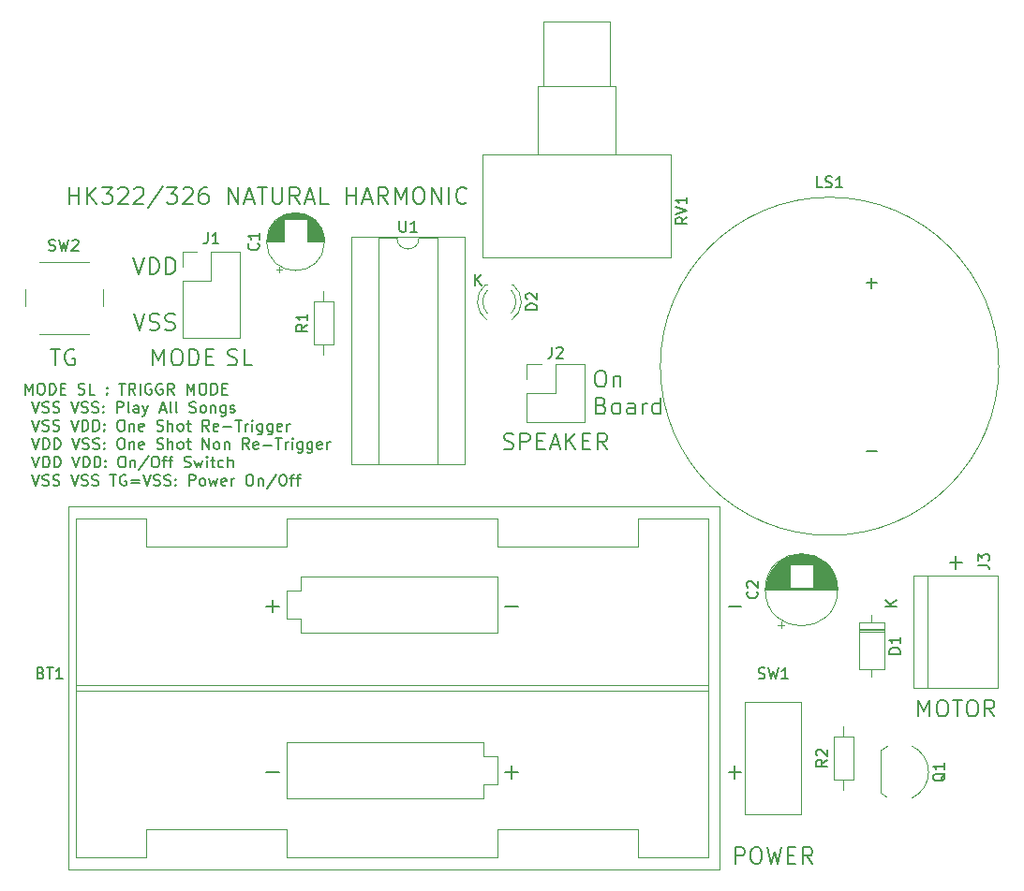
<source format=gto>
G04 #@! TF.GenerationSoftware,KiCad,Pcbnew,(5.1.9)-1*
G04 #@! TF.CreationDate,2021-01-16T12:12:47+09:00*
G04 #@! TF.ProjectId,bf-026,62662d30-3236-42e6-9b69-6361645f7063,V01L02*
G04 #@! TF.SameCoordinates,Original*
G04 #@! TF.FileFunction,Legend,Top*
G04 #@! TF.FilePolarity,Positive*
%FSLAX46Y46*%
G04 Gerber Fmt 4.6, Leading zero omitted, Abs format (unit mm)*
G04 Created by KiCad (PCBNEW (5.1.9)-1) date 2021-01-16 12:12:47*
%MOMM*%
%LPD*%
G01*
G04 APERTURE LIST*
%ADD10C,0.200000*%
%ADD11C,0.150000*%
%ADD12C,0.120000*%
G04 APERTURE END LIST*
D10*
X215328571Y-97897142D02*
X216471428Y-97897142D01*
X215900000Y-98468571D02*
X215900000Y-97325714D01*
X135777142Y-65448571D02*
X135777142Y-63948571D01*
X135777142Y-64662857D02*
X136634285Y-64662857D01*
X136634285Y-65448571D02*
X136634285Y-63948571D01*
X137348571Y-65448571D02*
X137348571Y-63948571D01*
X138205714Y-65448571D02*
X137562857Y-64591428D01*
X138205714Y-63948571D02*
X137348571Y-64805714D01*
X138705714Y-63948571D02*
X139634285Y-63948571D01*
X139134285Y-64520000D01*
X139348571Y-64520000D01*
X139491428Y-64591428D01*
X139562857Y-64662857D01*
X139634285Y-64805714D01*
X139634285Y-65162857D01*
X139562857Y-65305714D01*
X139491428Y-65377142D01*
X139348571Y-65448571D01*
X138920000Y-65448571D01*
X138777142Y-65377142D01*
X138705714Y-65305714D01*
X140205714Y-64091428D02*
X140277142Y-64020000D01*
X140420000Y-63948571D01*
X140777142Y-63948571D01*
X140920000Y-64020000D01*
X140991428Y-64091428D01*
X141062857Y-64234285D01*
X141062857Y-64377142D01*
X140991428Y-64591428D01*
X140134285Y-65448571D01*
X141062857Y-65448571D01*
X141634285Y-64091428D02*
X141705714Y-64020000D01*
X141848571Y-63948571D01*
X142205714Y-63948571D01*
X142348571Y-64020000D01*
X142420000Y-64091428D01*
X142491428Y-64234285D01*
X142491428Y-64377142D01*
X142420000Y-64591428D01*
X141562857Y-65448571D01*
X142491428Y-65448571D01*
X144205714Y-63877142D02*
X142920000Y-65805714D01*
X144562857Y-63948571D02*
X145491428Y-63948571D01*
X144991428Y-64520000D01*
X145205714Y-64520000D01*
X145348571Y-64591428D01*
X145420000Y-64662857D01*
X145491428Y-64805714D01*
X145491428Y-65162857D01*
X145420000Y-65305714D01*
X145348571Y-65377142D01*
X145205714Y-65448571D01*
X144777142Y-65448571D01*
X144634285Y-65377142D01*
X144562857Y-65305714D01*
X146062857Y-64091428D02*
X146134285Y-64020000D01*
X146277142Y-63948571D01*
X146634285Y-63948571D01*
X146777142Y-64020000D01*
X146848571Y-64091428D01*
X146920000Y-64234285D01*
X146920000Y-64377142D01*
X146848571Y-64591428D01*
X145991428Y-65448571D01*
X146920000Y-65448571D01*
X148205714Y-63948571D02*
X147920000Y-63948571D01*
X147777142Y-64020000D01*
X147705714Y-64091428D01*
X147562857Y-64305714D01*
X147491428Y-64591428D01*
X147491428Y-65162857D01*
X147562857Y-65305714D01*
X147634285Y-65377142D01*
X147777142Y-65448571D01*
X148062857Y-65448571D01*
X148205714Y-65377142D01*
X148277142Y-65305714D01*
X148348571Y-65162857D01*
X148348571Y-64805714D01*
X148277142Y-64662857D01*
X148205714Y-64591428D01*
X148062857Y-64520000D01*
X147777142Y-64520000D01*
X147634285Y-64591428D01*
X147562857Y-64662857D01*
X147491428Y-64805714D01*
X150134285Y-65448571D02*
X150134285Y-63948571D01*
X150991428Y-65448571D01*
X150991428Y-63948571D01*
X151634285Y-65020000D02*
X152348571Y-65020000D01*
X151491428Y-65448571D02*
X151991428Y-63948571D01*
X152491428Y-65448571D01*
X152777142Y-63948571D02*
X153634285Y-63948571D01*
X153205714Y-65448571D02*
X153205714Y-63948571D01*
X154134285Y-63948571D02*
X154134285Y-65162857D01*
X154205714Y-65305714D01*
X154277142Y-65377142D01*
X154420000Y-65448571D01*
X154705714Y-65448571D01*
X154848571Y-65377142D01*
X154920000Y-65305714D01*
X154991428Y-65162857D01*
X154991428Y-63948571D01*
X156562857Y-65448571D02*
X156062857Y-64734285D01*
X155705714Y-65448571D02*
X155705714Y-63948571D01*
X156277142Y-63948571D01*
X156420000Y-64020000D01*
X156491428Y-64091428D01*
X156562857Y-64234285D01*
X156562857Y-64448571D01*
X156491428Y-64591428D01*
X156420000Y-64662857D01*
X156277142Y-64734285D01*
X155705714Y-64734285D01*
X157134285Y-65020000D02*
X157848571Y-65020000D01*
X156991428Y-65448571D02*
X157491428Y-63948571D01*
X157991428Y-65448571D01*
X159205714Y-65448571D02*
X158491428Y-65448571D01*
X158491428Y-63948571D01*
X160848571Y-65448571D02*
X160848571Y-63948571D01*
X160848571Y-64662857D02*
X161705714Y-64662857D01*
X161705714Y-65448571D02*
X161705714Y-63948571D01*
X162348571Y-65020000D02*
X163062857Y-65020000D01*
X162205714Y-65448571D02*
X162705714Y-63948571D01*
X163205714Y-65448571D01*
X164562857Y-65448571D02*
X164062857Y-64734285D01*
X163705714Y-65448571D02*
X163705714Y-63948571D01*
X164277142Y-63948571D01*
X164420000Y-64020000D01*
X164491428Y-64091428D01*
X164562857Y-64234285D01*
X164562857Y-64448571D01*
X164491428Y-64591428D01*
X164420000Y-64662857D01*
X164277142Y-64734285D01*
X163705714Y-64734285D01*
X165205714Y-65448571D02*
X165205714Y-63948571D01*
X165705714Y-65020000D01*
X166205714Y-63948571D01*
X166205714Y-65448571D01*
X167205714Y-63948571D02*
X167491428Y-63948571D01*
X167634285Y-64020000D01*
X167777142Y-64162857D01*
X167848571Y-64448571D01*
X167848571Y-64948571D01*
X167777142Y-65234285D01*
X167634285Y-65377142D01*
X167491428Y-65448571D01*
X167205714Y-65448571D01*
X167062857Y-65377142D01*
X166920000Y-65234285D01*
X166848571Y-64948571D01*
X166848571Y-64448571D01*
X166920000Y-64162857D01*
X167062857Y-64020000D01*
X167205714Y-63948571D01*
X168491428Y-65448571D02*
X168491428Y-63948571D01*
X169348571Y-65448571D01*
X169348571Y-63948571D01*
X170062857Y-65448571D02*
X170062857Y-63948571D01*
X171634285Y-65305714D02*
X171562857Y-65377142D01*
X171348571Y-65448571D01*
X171205714Y-65448571D01*
X170991428Y-65377142D01*
X170848571Y-65234285D01*
X170777142Y-65091428D01*
X170705714Y-64805714D01*
X170705714Y-64591428D01*
X170777142Y-64305714D01*
X170848571Y-64162857D01*
X170991428Y-64020000D01*
X171205714Y-63948571D01*
X171348571Y-63948571D01*
X171562857Y-64020000D01*
X171634285Y-64091428D01*
X183652857Y-80503571D02*
X183938571Y-80503571D01*
X184081428Y-80575000D01*
X184224285Y-80717857D01*
X184295714Y-81003571D01*
X184295714Y-81503571D01*
X184224285Y-81789285D01*
X184081428Y-81932142D01*
X183938571Y-82003571D01*
X183652857Y-82003571D01*
X183510000Y-81932142D01*
X183367142Y-81789285D01*
X183295714Y-81503571D01*
X183295714Y-81003571D01*
X183367142Y-80717857D01*
X183510000Y-80575000D01*
X183652857Y-80503571D01*
X184938571Y-81003571D02*
X184938571Y-82003571D01*
X184938571Y-81146428D02*
X185010000Y-81075000D01*
X185152857Y-81003571D01*
X185367142Y-81003571D01*
X185510000Y-81075000D01*
X185581428Y-81217857D01*
X185581428Y-82003571D01*
X183867142Y-83667857D02*
X184081428Y-83739285D01*
X184152857Y-83810714D01*
X184224285Y-83953571D01*
X184224285Y-84167857D01*
X184152857Y-84310714D01*
X184081428Y-84382142D01*
X183938571Y-84453571D01*
X183367142Y-84453571D01*
X183367142Y-82953571D01*
X183867142Y-82953571D01*
X184010000Y-83025000D01*
X184081428Y-83096428D01*
X184152857Y-83239285D01*
X184152857Y-83382142D01*
X184081428Y-83525000D01*
X184010000Y-83596428D01*
X183867142Y-83667857D01*
X183367142Y-83667857D01*
X185081428Y-84453571D02*
X184938571Y-84382142D01*
X184867142Y-84310714D01*
X184795714Y-84167857D01*
X184795714Y-83739285D01*
X184867142Y-83596428D01*
X184938571Y-83525000D01*
X185081428Y-83453571D01*
X185295714Y-83453571D01*
X185438571Y-83525000D01*
X185510000Y-83596428D01*
X185581428Y-83739285D01*
X185581428Y-84167857D01*
X185510000Y-84310714D01*
X185438571Y-84382142D01*
X185295714Y-84453571D01*
X185081428Y-84453571D01*
X186867142Y-84453571D02*
X186867142Y-83667857D01*
X186795714Y-83525000D01*
X186652857Y-83453571D01*
X186367142Y-83453571D01*
X186224285Y-83525000D01*
X186867142Y-84382142D02*
X186724285Y-84453571D01*
X186367142Y-84453571D01*
X186224285Y-84382142D01*
X186152857Y-84239285D01*
X186152857Y-84096428D01*
X186224285Y-83953571D01*
X186367142Y-83882142D01*
X186724285Y-83882142D01*
X186867142Y-83810714D01*
X187581428Y-84453571D02*
X187581428Y-83453571D01*
X187581428Y-83739285D02*
X187652857Y-83596428D01*
X187724285Y-83525000D01*
X187867142Y-83453571D01*
X188010000Y-83453571D01*
X189152857Y-84453571D02*
X189152857Y-82953571D01*
X189152857Y-84382142D02*
X189010000Y-84453571D01*
X188724285Y-84453571D01*
X188581428Y-84382142D01*
X188510000Y-84310714D01*
X188438571Y-84167857D01*
X188438571Y-83739285D01*
X188510000Y-83596428D01*
X188581428Y-83525000D01*
X188724285Y-83453571D01*
X189010000Y-83453571D01*
X189152857Y-83525000D01*
X175026428Y-87602142D02*
X175240714Y-87673571D01*
X175597857Y-87673571D01*
X175740714Y-87602142D01*
X175812142Y-87530714D01*
X175883571Y-87387857D01*
X175883571Y-87245000D01*
X175812142Y-87102142D01*
X175740714Y-87030714D01*
X175597857Y-86959285D01*
X175312142Y-86887857D01*
X175169285Y-86816428D01*
X175097857Y-86745000D01*
X175026428Y-86602142D01*
X175026428Y-86459285D01*
X175097857Y-86316428D01*
X175169285Y-86245000D01*
X175312142Y-86173571D01*
X175669285Y-86173571D01*
X175883571Y-86245000D01*
X176526428Y-87673571D02*
X176526428Y-86173571D01*
X177097857Y-86173571D01*
X177240714Y-86245000D01*
X177312142Y-86316428D01*
X177383571Y-86459285D01*
X177383571Y-86673571D01*
X177312142Y-86816428D01*
X177240714Y-86887857D01*
X177097857Y-86959285D01*
X176526428Y-86959285D01*
X178026428Y-86887857D02*
X178526428Y-86887857D01*
X178740714Y-87673571D02*
X178026428Y-87673571D01*
X178026428Y-86173571D01*
X178740714Y-86173571D01*
X179312142Y-87245000D02*
X180026428Y-87245000D01*
X179169285Y-87673571D02*
X179669285Y-86173571D01*
X180169285Y-87673571D01*
X180669285Y-87673571D02*
X180669285Y-86173571D01*
X181526428Y-87673571D02*
X180883571Y-86816428D01*
X181526428Y-86173571D02*
X180669285Y-87030714D01*
X182169285Y-86887857D02*
X182669285Y-86887857D01*
X182883571Y-87673571D02*
X182169285Y-87673571D01*
X182169285Y-86173571D01*
X182883571Y-86173571D01*
X184383571Y-87673571D02*
X183883571Y-86959285D01*
X183526428Y-87673571D02*
X183526428Y-86173571D01*
X184097857Y-86173571D01*
X184240714Y-86245000D01*
X184312142Y-86316428D01*
X184383571Y-86459285D01*
X184383571Y-86673571D01*
X184312142Y-86816428D01*
X184240714Y-86887857D01*
X184097857Y-86959285D01*
X183526428Y-86959285D01*
X212507142Y-111803571D02*
X212507142Y-110303571D01*
X213007142Y-111375000D01*
X213507142Y-110303571D01*
X213507142Y-111803571D01*
X214507142Y-110303571D02*
X214792857Y-110303571D01*
X214935714Y-110375000D01*
X215078571Y-110517857D01*
X215150000Y-110803571D01*
X215150000Y-111303571D01*
X215078571Y-111589285D01*
X214935714Y-111732142D01*
X214792857Y-111803571D01*
X214507142Y-111803571D01*
X214364285Y-111732142D01*
X214221428Y-111589285D01*
X214150000Y-111303571D01*
X214150000Y-110803571D01*
X214221428Y-110517857D01*
X214364285Y-110375000D01*
X214507142Y-110303571D01*
X215578571Y-110303571D02*
X216435714Y-110303571D01*
X216007142Y-111803571D02*
X216007142Y-110303571D01*
X217221428Y-110303571D02*
X217507142Y-110303571D01*
X217650000Y-110375000D01*
X217792857Y-110517857D01*
X217864285Y-110803571D01*
X217864285Y-111303571D01*
X217792857Y-111589285D01*
X217650000Y-111732142D01*
X217507142Y-111803571D01*
X217221428Y-111803571D01*
X217078571Y-111732142D01*
X216935714Y-111589285D01*
X216864285Y-111303571D01*
X216864285Y-110803571D01*
X216935714Y-110517857D01*
X217078571Y-110375000D01*
X217221428Y-110303571D01*
X219364285Y-111803571D02*
X218864285Y-111089285D01*
X218507142Y-111803571D02*
X218507142Y-110303571D01*
X219078571Y-110303571D01*
X219221428Y-110375000D01*
X219292857Y-110446428D01*
X219364285Y-110589285D01*
X219364285Y-110803571D01*
X219292857Y-110946428D01*
X219221428Y-111017857D01*
X219078571Y-111089285D01*
X218507142Y-111089285D01*
D11*
X172458095Y-72842380D02*
X172458095Y-71842380D01*
X173029523Y-72842380D02*
X172600952Y-72270952D01*
X173029523Y-71842380D02*
X172458095Y-72413809D01*
D10*
X195925714Y-125138571D02*
X195925714Y-123638571D01*
X196497142Y-123638571D01*
X196640000Y-123710000D01*
X196711428Y-123781428D01*
X196782857Y-123924285D01*
X196782857Y-124138571D01*
X196711428Y-124281428D01*
X196640000Y-124352857D01*
X196497142Y-124424285D01*
X195925714Y-124424285D01*
X197711428Y-123638571D02*
X197997142Y-123638571D01*
X198140000Y-123710000D01*
X198282857Y-123852857D01*
X198354285Y-124138571D01*
X198354285Y-124638571D01*
X198282857Y-124924285D01*
X198140000Y-125067142D01*
X197997142Y-125138571D01*
X197711428Y-125138571D01*
X197568571Y-125067142D01*
X197425714Y-124924285D01*
X197354285Y-124638571D01*
X197354285Y-124138571D01*
X197425714Y-123852857D01*
X197568571Y-123710000D01*
X197711428Y-123638571D01*
X198854285Y-123638571D02*
X199211428Y-125138571D01*
X199497142Y-124067142D01*
X199782857Y-125138571D01*
X200140000Y-123638571D01*
X200711428Y-124352857D02*
X201211428Y-124352857D01*
X201425714Y-125138571D02*
X200711428Y-125138571D01*
X200711428Y-123638571D01*
X201425714Y-123638571D01*
X202925714Y-125138571D02*
X202425714Y-124424285D01*
X202068571Y-125138571D02*
X202068571Y-123638571D01*
X202640000Y-123638571D01*
X202782857Y-123710000D01*
X202854285Y-123781428D01*
X202925714Y-123924285D01*
X202925714Y-124138571D01*
X202854285Y-124281428D01*
X202782857Y-124352857D01*
X202640000Y-124424285D01*
X202068571Y-124424285D01*
X134076428Y-78553571D02*
X134933571Y-78553571D01*
X134505000Y-80053571D02*
X134505000Y-78553571D01*
X136219285Y-78625000D02*
X136076428Y-78553571D01*
X135862142Y-78553571D01*
X135647857Y-78625000D01*
X135505000Y-78767857D01*
X135433571Y-78910714D01*
X135362142Y-79196428D01*
X135362142Y-79410714D01*
X135433571Y-79696428D01*
X135505000Y-79839285D01*
X135647857Y-79982142D01*
X135862142Y-80053571D01*
X136005000Y-80053571D01*
X136219285Y-79982142D01*
X136290714Y-79910714D01*
X136290714Y-79410714D01*
X136005000Y-79410714D01*
X150094285Y-79982142D02*
X150308571Y-80053571D01*
X150665714Y-80053571D01*
X150808571Y-79982142D01*
X150880000Y-79910714D01*
X150951428Y-79767857D01*
X150951428Y-79625000D01*
X150880000Y-79482142D01*
X150808571Y-79410714D01*
X150665714Y-79339285D01*
X150380000Y-79267857D01*
X150237142Y-79196428D01*
X150165714Y-79125000D01*
X150094285Y-78982142D01*
X150094285Y-78839285D01*
X150165714Y-78696428D01*
X150237142Y-78625000D01*
X150380000Y-78553571D01*
X150737142Y-78553571D01*
X150951428Y-78625000D01*
X152308571Y-80053571D02*
X151594285Y-80053571D01*
X151594285Y-78553571D01*
X143335714Y-80053571D02*
X143335714Y-78553571D01*
X143835714Y-79625000D01*
X144335714Y-78553571D01*
X144335714Y-80053571D01*
X145335714Y-78553571D02*
X145621428Y-78553571D01*
X145764285Y-78625000D01*
X145907142Y-78767857D01*
X145978571Y-79053571D01*
X145978571Y-79553571D01*
X145907142Y-79839285D01*
X145764285Y-79982142D01*
X145621428Y-80053571D01*
X145335714Y-80053571D01*
X145192857Y-79982142D01*
X145050000Y-79839285D01*
X144978571Y-79553571D01*
X144978571Y-79053571D01*
X145050000Y-78767857D01*
X145192857Y-78625000D01*
X145335714Y-78553571D01*
X146621428Y-80053571D02*
X146621428Y-78553571D01*
X146978571Y-78553571D01*
X147192857Y-78625000D01*
X147335714Y-78767857D01*
X147407142Y-78910714D01*
X147478571Y-79196428D01*
X147478571Y-79410714D01*
X147407142Y-79696428D01*
X147335714Y-79839285D01*
X147192857Y-79982142D01*
X146978571Y-80053571D01*
X146621428Y-80053571D01*
X148121428Y-79267857D02*
X148621428Y-79267857D01*
X148835714Y-80053571D02*
X148121428Y-80053571D01*
X148121428Y-78553571D01*
X148835714Y-78553571D01*
X141510000Y-70298571D02*
X142010000Y-71798571D01*
X142510000Y-70298571D01*
X143010000Y-71798571D02*
X143010000Y-70298571D01*
X143367142Y-70298571D01*
X143581428Y-70370000D01*
X143724285Y-70512857D01*
X143795714Y-70655714D01*
X143867142Y-70941428D01*
X143867142Y-71155714D01*
X143795714Y-71441428D01*
X143724285Y-71584285D01*
X143581428Y-71727142D01*
X143367142Y-71798571D01*
X143010000Y-71798571D01*
X144510000Y-71798571D02*
X144510000Y-70298571D01*
X144867142Y-70298571D01*
X145081428Y-70370000D01*
X145224285Y-70512857D01*
X145295714Y-70655714D01*
X145367142Y-70941428D01*
X145367142Y-71155714D01*
X145295714Y-71441428D01*
X145224285Y-71584285D01*
X145081428Y-71727142D01*
X144867142Y-71798571D01*
X144510000Y-71798571D01*
X141581428Y-75378571D02*
X142081428Y-76878571D01*
X142581428Y-75378571D01*
X143010000Y-76807142D02*
X143224285Y-76878571D01*
X143581428Y-76878571D01*
X143724285Y-76807142D01*
X143795714Y-76735714D01*
X143867142Y-76592857D01*
X143867142Y-76450000D01*
X143795714Y-76307142D01*
X143724285Y-76235714D01*
X143581428Y-76164285D01*
X143295714Y-76092857D01*
X143152857Y-76021428D01*
X143081428Y-75950000D01*
X143010000Y-75807142D01*
X143010000Y-75664285D01*
X143081428Y-75521428D01*
X143152857Y-75450000D01*
X143295714Y-75378571D01*
X143652857Y-75378571D01*
X143867142Y-75450000D01*
X144438571Y-76807142D02*
X144652857Y-76878571D01*
X145010000Y-76878571D01*
X145152857Y-76807142D01*
X145224285Y-76735714D01*
X145295714Y-76592857D01*
X145295714Y-76450000D01*
X145224285Y-76307142D01*
X145152857Y-76235714D01*
X145010000Y-76164285D01*
X144724285Y-76092857D01*
X144581428Y-76021428D01*
X144510000Y-75950000D01*
X144438571Y-75807142D01*
X144438571Y-75664285D01*
X144510000Y-75521428D01*
X144581428Y-75450000D01*
X144724285Y-75378571D01*
X145081428Y-75378571D01*
X145295714Y-75450000D01*
D11*
X131780595Y-82687380D02*
X131780595Y-81687380D01*
X132113928Y-82401666D01*
X132447261Y-81687380D01*
X132447261Y-82687380D01*
X133113928Y-81687380D02*
X133304404Y-81687380D01*
X133399642Y-81735000D01*
X133494880Y-81830238D01*
X133542500Y-82020714D01*
X133542500Y-82354047D01*
X133494880Y-82544523D01*
X133399642Y-82639761D01*
X133304404Y-82687380D01*
X133113928Y-82687380D01*
X133018690Y-82639761D01*
X132923452Y-82544523D01*
X132875833Y-82354047D01*
X132875833Y-82020714D01*
X132923452Y-81830238D01*
X133018690Y-81735000D01*
X133113928Y-81687380D01*
X133971071Y-82687380D02*
X133971071Y-81687380D01*
X134209166Y-81687380D01*
X134352023Y-81735000D01*
X134447261Y-81830238D01*
X134494880Y-81925476D01*
X134542500Y-82115952D01*
X134542500Y-82258809D01*
X134494880Y-82449285D01*
X134447261Y-82544523D01*
X134352023Y-82639761D01*
X134209166Y-82687380D01*
X133971071Y-82687380D01*
X134971071Y-82163571D02*
X135304404Y-82163571D01*
X135447261Y-82687380D02*
X134971071Y-82687380D01*
X134971071Y-81687380D01*
X135447261Y-81687380D01*
X136590119Y-82639761D02*
X136732976Y-82687380D01*
X136971071Y-82687380D01*
X137066309Y-82639761D01*
X137113928Y-82592142D01*
X137161547Y-82496904D01*
X137161547Y-82401666D01*
X137113928Y-82306428D01*
X137066309Y-82258809D01*
X136971071Y-82211190D01*
X136780595Y-82163571D01*
X136685357Y-82115952D01*
X136637738Y-82068333D01*
X136590119Y-81973095D01*
X136590119Y-81877857D01*
X136637738Y-81782619D01*
X136685357Y-81735000D01*
X136780595Y-81687380D01*
X137018690Y-81687380D01*
X137161547Y-81735000D01*
X138066309Y-82687380D02*
X137590119Y-82687380D01*
X137590119Y-81687380D01*
X139161547Y-82592142D02*
X139209166Y-82639761D01*
X139161547Y-82687380D01*
X139113928Y-82639761D01*
X139161547Y-82592142D01*
X139161547Y-82687380D01*
X139161547Y-82068333D02*
X139209166Y-82115952D01*
X139161547Y-82163571D01*
X139113928Y-82115952D01*
X139161547Y-82068333D01*
X139161547Y-82163571D01*
X140256785Y-81687380D02*
X140828214Y-81687380D01*
X140542500Y-82687380D02*
X140542500Y-81687380D01*
X141732976Y-82687380D02*
X141399642Y-82211190D01*
X141161547Y-82687380D02*
X141161547Y-81687380D01*
X141542500Y-81687380D01*
X141637738Y-81735000D01*
X141685357Y-81782619D01*
X141732976Y-81877857D01*
X141732976Y-82020714D01*
X141685357Y-82115952D01*
X141637738Y-82163571D01*
X141542500Y-82211190D01*
X141161547Y-82211190D01*
X142161547Y-82687380D02*
X142161547Y-81687380D01*
X143161547Y-81735000D02*
X143066309Y-81687380D01*
X142923452Y-81687380D01*
X142780595Y-81735000D01*
X142685357Y-81830238D01*
X142637738Y-81925476D01*
X142590119Y-82115952D01*
X142590119Y-82258809D01*
X142637738Y-82449285D01*
X142685357Y-82544523D01*
X142780595Y-82639761D01*
X142923452Y-82687380D01*
X143018690Y-82687380D01*
X143161547Y-82639761D01*
X143209166Y-82592142D01*
X143209166Y-82258809D01*
X143018690Y-82258809D01*
X144161547Y-81735000D02*
X144066309Y-81687380D01*
X143923452Y-81687380D01*
X143780595Y-81735000D01*
X143685357Y-81830238D01*
X143637738Y-81925476D01*
X143590119Y-82115952D01*
X143590119Y-82258809D01*
X143637738Y-82449285D01*
X143685357Y-82544523D01*
X143780595Y-82639761D01*
X143923452Y-82687380D01*
X144018690Y-82687380D01*
X144161547Y-82639761D01*
X144209166Y-82592142D01*
X144209166Y-82258809D01*
X144018690Y-82258809D01*
X145209166Y-82687380D02*
X144875833Y-82211190D01*
X144637738Y-82687380D02*
X144637738Y-81687380D01*
X145018690Y-81687380D01*
X145113928Y-81735000D01*
X145161547Y-81782619D01*
X145209166Y-81877857D01*
X145209166Y-82020714D01*
X145161547Y-82115952D01*
X145113928Y-82163571D01*
X145018690Y-82211190D01*
X144637738Y-82211190D01*
X146399642Y-82687380D02*
X146399642Y-81687380D01*
X146732976Y-82401666D01*
X147066309Y-81687380D01*
X147066309Y-82687380D01*
X147732976Y-81687380D02*
X147923452Y-81687380D01*
X148018690Y-81735000D01*
X148113928Y-81830238D01*
X148161547Y-82020714D01*
X148161547Y-82354047D01*
X148113928Y-82544523D01*
X148018690Y-82639761D01*
X147923452Y-82687380D01*
X147732976Y-82687380D01*
X147637738Y-82639761D01*
X147542500Y-82544523D01*
X147494880Y-82354047D01*
X147494880Y-82020714D01*
X147542500Y-81830238D01*
X147637738Y-81735000D01*
X147732976Y-81687380D01*
X148590119Y-82687380D02*
X148590119Y-81687380D01*
X148828214Y-81687380D01*
X148971071Y-81735000D01*
X149066309Y-81830238D01*
X149113928Y-81925476D01*
X149161547Y-82115952D01*
X149161547Y-82258809D01*
X149113928Y-82449285D01*
X149066309Y-82544523D01*
X148971071Y-82639761D01*
X148828214Y-82687380D01*
X148590119Y-82687380D01*
X149590119Y-82163571D02*
X149923452Y-82163571D01*
X150066309Y-82687380D02*
X149590119Y-82687380D01*
X149590119Y-81687380D01*
X150066309Y-81687380D01*
X132399642Y-83337380D02*
X132732976Y-84337380D01*
X133066309Y-83337380D01*
X133352023Y-84289761D02*
X133494880Y-84337380D01*
X133732976Y-84337380D01*
X133828214Y-84289761D01*
X133875833Y-84242142D01*
X133923452Y-84146904D01*
X133923452Y-84051666D01*
X133875833Y-83956428D01*
X133828214Y-83908809D01*
X133732976Y-83861190D01*
X133542500Y-83813571D01*
X133447261Y-83765952D01*
X133399642Y-83718333D01*
X133352023Y-83623095D01*
X133352023Y-83527857D01*
X133399642Y-83432619D01*
X133447261Y-83385000D01*
X133542500Y-83337380D01*
X133780595Y-83337380D01*
X133923452Y-83385000D01*
X134304404Y-84289761D02*
X134447261Y-84337380D01*
X134685357Y-84337380D01*
X134780595Y-84289761D01*
X134828214Y-84242142D01*
X134875833Y-84146904D01*
X134875833Y-84051666D01*
X134828214Y-83956428D01*
X134780595Y-83908809D01*
X134685357Y-83861190D01*
X134494880Y-83813571D01*
X134399642Y-83765952D01*
X134352023Y-83718333D01*
X134304404Y-83623095D01*
X134304404Y-83527857D01*
X134352023Y-83432619D01*
X134399642Y-83385000D01*
X134494880Y-83337380D01*
X134732976Y-83337380D01*
X134875833Y-83385000D01*
X135923452Y-83337380D02*
X136256785Y-84337380D01*
X136590119Y-83337380D01*
X136875833Y-84289761D02*
X137018690Y-84337380D01*
X137256785Y-84337380D01*
X137352023Y-84289761D01*
X137399642Y-84242142D01*
X137447261Y-84146904D01*
X137447261Y-84051666D01*
X137399642Y-83956428D01*
X137352023Y-83908809D01*
X137256785Y-83861190D01*
X137066309Y-83813571D01*
X136971071Y-83765952D01*
X136923452Y-83718333D01*
X136875833Y-83623095D01*
X136875833Y-83527857D01*
X136923452Y-83432619D01*
X136971071Y-83385000D01*
X137066309Y-83337380D01*
X137304404Y-83337380D01*
X137447261Y-83385000D01*
X137828214Y-84289761D02*
X137971071Y-84337380D01*
X138209166Y-84337380D01*
X138304404Y-84289761D01*
X138352023Y-84242142D01*
X138399642Y-84146904D01*
X138399642Y-84051666D01*
X138352023Y-83956428D01*
X138304404Y-83908809D01*
X138209166Y-83861190D01*
X138018690Y-83813571D01*
X137923452Y-83765952D01*
X137875833Y-83718333D01*
X137828214Y-83623095D01*
X137828214Y-83527857D01*
X137875833Y-83432619D01*
X137923452Y-83385000D01*
X138018690Y-83337380D01*
X138256785Y-83337380D01*
X138399642Y-83385000D01*
X138828214Y-84242142D02*
X138875833Y-84289761D01*
X138828214Y-84337380D01*
X138780595Y-84289761D01*
X138828214Y-84242142D01*
X138828214Y-84337380D01*
X138828214Y-83718333D02*
X138875833Y-83765952D01*
X138828214Y-83813571D01*
X138780595Y-83765952D01*
X138828214Y-83718333D01*
X138828214Y-83813571D01*
X140066309Y-84337380D02*
X140066309Y-83337380D01*
X140447261Y-83337380D01*
X140542500Y-83385000D01*
X140590119Y-83432619D01*
X140637738Y-83527857D01*
X140637738Y-83670714D01*
X140590119Y-83765952D01*
X140542500Y-83813571D01*
X140447261Y-83861190D01*
X140066309Y-83861190D01*
X141209166Y-84337380D02*
X141113928Y-84289761D01*
X141066309Y-84194523D01*
X141066309Y-83337380D01*
X142018690Y-84337380D02*
X142018690Y-83813571D01*
X141971071Y-83718333D01*
X141875833Y-83670714D01*
X141685357Y-83670714D01*
X141590119Y-83718333D01*
X142018690Y-84289761D02*
X141923452Y-84337380D01*
X141685357Y-84337380D01*
X141590119Y-84289761D01*
X141542500Y-84194523D01*
X141542500Y-84099285D01*
X141590119Y-84004047D01*
X141685357Y-83956428D01*
X141923452Y-83956428D01*
X142018690Y-83908809D01*
X142399642Y-83670714D02*
X142637738Y-84337380D01*
X142875833Y-83670714D02*
X142637738Y-84337380D01*
X142542500Y-84575476D01*
X142494880Y-84623095D01*
X142399642Y-84670714D01*
X143971071Y-84051666D02*
X144447261Y-84051666D01*
X143875833Y-84337380D02*
X144209166Y-83337380D01*
X144542500Y-84337380D01*
X145018690Y-84337380D02*
X144923452Y-84289761D01*
X144875833Y-84194523D01*
X144875833Y-83337380D01*
X145542500Y-84337380D02*
X145447261Y-84289761D01*
X145399642Y-84194523D01*
X145399642Y-83337380D01*
X146637738Y-84289761D02*
X146780595Y-84337380D01*
X147018690Y-84337380D01*
X147113928Y-84289761D01*
X147161547Y-84242142D01*
X147209166Y-84146904D01*
X147209166Y-84051666D01*
X147161547Y-83956428D01*
X147113928Y-83908809D01*
X147018690Y-83861190D01*
X146828214Y-83813571D01*
X146732976Y-83765952D01*
X146685357Y-83718333D01*
X146637738Y-83623095D01*
X146637738Y-83527857D01*
X146685357Y-83432619D01*
X146732976Y-83385000D01*
X146828214Y-83337380D01*
X147066309Y-83337380D01*
X147209166Y-83385000D01*
X147780595Y-84337380D02*
X147685357Y-84289761D01*
X147637738Y-84242142D01*
X147590119Y-84146904D01*
X147590119Y-83861190D01*
X147637738Y-83765952D01*
X147685357Y-83718333D01*
X147780595Y-83670714D01*
X147923452Y-83670714D01*
X148018690Y-83718333D01*
X148066309Y-83765952D01*
X148113928Y-83861190D01*
X148113928Y-84146904D01*
X148066309Y-84242142D01*
X148018690Y-84289761D01*
X147923452Y-84337380D01*
X147780595Y-84337380D01*
X148542500Y-83670714D02*
X148542500Y-84337380D01*
X148542500Y-83765952D02*
X148590119Y-83718333D01*
X148685357Y-83670714D01*
X148828214Y-83670714D01*
X148923452Y-83718333D01*
X148971071Y-83813571D01*
X148971071Y-84337380D01*
X149875833Y-83670714D02*
X149875833Y-84480238D01*
X149828214Y-84575476D01*
X149780595Y-84623095D01*
X149685357Y-84670714D01*
X149542500Y-84670714D01*
X149447261Y-84623095D01*
X149875833Y-84289761D02*
X149780595Y-84337380D01*
X149590119Y-84337380D01*
X149494880Y-84289761D01*
X149447261Y-84242142D01*
X149399642Y-84146904D01*
X149399642Y-83861190D01*
X149447261Y-83765952D01*
X149494880Y-83718333D01*
X149590119Y-83670714D01*
X149780595Y-83670714D01*
X149875833Y-83718333D01*
X150304404Y-84289761D02*
X150399642Y-84337380D01*
X150590119Y-84337380D01*
X150685357Y-84289761D01*
X150732976Y-84194523D01*
X150732976Y-84146904D01*
X150685357Y-84051666D01*
X150590119Y-84004047D01*
X150447261Y-84004047D01*
X150352023Y-83956428D01*
X150304404Y-83861190D01*
X150304404Y-83813571D01*
X150352023Y-83718333D01*
X150447261Y-83670714D01*
X150590119Y-83670714D01*
X150685357Y-83718333D01*
X132399642Y-84987380D02*
X132732976Y-85987380D01*
X133066309Y-84987380D01*
X133352023Y-85939761D02*
X133494880Y-85987380D01*
X133732976Y-85987380D01*
X133828214Y-85939761D01*
X133875833Y-85892142D01*
X133923452Y-85796904D01*
X133923452Y-85701666D01*
X133875833Y-85606428D01*
X133828214Y-85558809D01*
X133732976Y-85511190D01*
X133542500Y-85463571D01*
X133447261Y-85415952D01*
X133399642Y-85368333D01*
X133352023Y-85273095D01*
X133352023Y-85177857D01*
X133399642Y-85082619D01*
X133447261Y-85035000D01*
X133542500Y-84987380D01*
X133780595Y-84987380D01*
X133923452Y-85035000D01*
X134304404Y-85939761D02*
X134447261Y-85987380D01*
X134685357Y-85987380D01*
X134780595Y-85939761D01*
X134828214Y-85892142D01*
X134875833Y-85796904D01*
X134875833Y-85701666D01*
X134828214Y-85606428D01*
X134780595Y-85558809D01*
X134685357Y-85511190D01*
X134494880Y-85463571D01*
X134399642Y-85415952D01*
X134352023Y-85368333D01*
X134304404Y-85273095D01*
X134304404Y-85177857D01*
X134352023Y-85082619D01*
X134399642Y-85035000D01*
X134494880Y-84987380D01*
X134732976Y-84987380D01*
X134875833Y-85035000D01*
X135923452Y-84987380D02*
X136256785Y-85987380D01*
X136590119Y-84987380D01*
X136923452Y-85987380D02*
X136923452Y-84987380D01*
X137161547Y-84987380D01*
X137304404Y-85035000D01*
X137399642Y-85130238D01*
X137447261Y-85225476D01*
X137494880Y-85415952D01*
X137494880Y-85558809D01*
X137447261Y-85749285D01*
X137399642Y-85844523D01*
X137304404Y-85939761D01*
X137161547Y-85987380D01*
X136923452Y-85987380D01*
X137923452Y-85987380D02*
X137923452Y-84987380D01*
X138161547Y-84987380D01*
X138304404Y-85035000D01*
X138399642Y-85130238D01*
X138447261Y-85225476D01*
X138494880Y-85415952D01*
X138494880Y-85558809D01*
X138447261Y-85749285D01*
X138399642Y-85844523D01*
X138304404Y-85939761D01*
X138161547Y-85987380D01*
X137923452Y-85987380D01*
X138923452Y-85892142D02*
X138971071Y-85939761D01*
X138923452Y-85987380D01*
X138875833Y-85939761D01*
X138923452Y-85892142D01*
X138923452Y-85987380D01*
X138923452Y-85368333D02*
X138971071Y-85415952D01*
X138923452Y-85463571D01*
X138875833Y-85415952D01*
X138923452Y-85368333D01*
X138923452Y-85463571D01*
X140352023Y-84987380D02*
X140542500Y-84987380D01*
X140637738Y-85035000D01*
X140732976Y-85130238D01*
X140780595Y-85320714D01*
X140780595Y-85654047D01*
X140732976Y-85844523D01*
X140637738Y-85939761D01*
X140542500Y-85987380D01*
X140352023Y-85987380D01*
X140256785Y-85939761D01*
X140161547Y-85844523D01*
X140113928Y-85654047D01*
X140113928Y-85320714D01*
X140161547Y-85130238D01*
X140256785Y-85035000D01*
X140352023Y-84987380D01*
X141209166Y-85320714D02*
X141209166Y-85987380D01*
X141209166Y-85415952D02*
X141256785Y-85368333D01*
X141352023Y-85320714D01*
X141494880Y-85320714D01*
X141590119Y-85368333D01*
X141637738Y-85463571D01*
X141637738Y-85987380D01*
X142494880Y-85939761D02*
X142399642Y-85987380D01*
X142209166Y-85987380D01*
X142113928Y-85939761D01*
X142066309Y-85844523D01*
X142066309Y-85463571D01*
X142113928Y-85368333D01*
X142209166Y-85320714D01*
X142399642Y-85320714D01*
X142494880Y-85368333D01*
X142542500Y-85463571D01*
X142542500Y-85558809D01*
X142066309Y-85654047D01*
X143685357Y-85939761D02*
X143828214Y-85987380D01*
X144066309Y-85987380D01*
X144161547Y-85939761D01*
X144209166Y-85892142D01*
X144256785Y-85796904D01*
X144256785Y-85701666D01*
X144209166Y-85606428D01*
X144161547Y-85558809D01*
X144066309Y-85511190D01*
X143875833Y-85463571D01*
X143780595Y-85415952D01*
X143732976Y-85368333D01*
X143685357Y-85273095D01*
X143685357Y-85177857D01*
X143732976Y-85082619D01*
X143780595Y-85035000D01*
X143875833Y-84987380D01*
X144113928Y-84987380D01*
X144256785Y-85035000D01*
X144685357Y-85987380D02*
X144685357Y-84987380D01*
X145113928Y-85987380D02*
X145113928Y-85463571D01*
X145066309Y-85368333D01*
X144971071Y-85320714D01*
X144828214Y-85320714D01*
X144732976Y-85368333D01*
X144685357Y-85415952D01*
X145732976Y-85987380D02*
X145637738Y-85939761D01*
X145590119Y-85892142D01*
X145542500Y-85796904D01*
X145542500Y-85511190D01*
X145590119Y-85415952D01*
X145637738Y-85368333D01*
X145732976Y-85320714D01*
X145875833Y-85320714D01*
X145971071Y-85368333D01*
X146018690Y-85415952D01*
X146066309Y-85511190D01*
X146066309Y-85796904D01*
X146018690Y-85892142D01*
X145971071Y-85939761D01*
X145875833Y-85987380D01*
X145732976Y-85987380D01*
X146352023Y-85320714D02*
X146732976Y-85320714D01*
X146494880Y-84987380D02*
X146494880Y-85844523D01*
X146542500Y-85939761D01*
X146637738Y-85987380D01*
X146732976Y-85987380D01*
X148399642Y-85987380D02*
X148066309Y-85511190D01*
X147828214Y-85987380D02*
X147828214Y-84987380D01*
X148209166Y-84987380D01*
X148304404Y-85035000D01*
X148352023Y-85082619D01*
X148399642Y-85177857D01*
X148399642Y-85320714D01*
X148352023Y-85415952D01*
X148304404Y-85463571D01*
X148209166Y-85511190D01*
X147828214Y-85511190D01*
X149209166Y-85939761D02*
X149113928Y-85987380D01*
X148923452Y-85987380D01*
X148828214Y-85939761D01*
X148780595Y-85844523D01*
X148780595Y-85463571D01*
X148828214Y-85368333D01*
X148923452Y-85320714D01*
X149113928Y-85320714D01*
X149209166Y-85368333D01*
X149256785Y-85463571D01*
X149256785Y-85558809D01*
X148780595Y-85654047D01*
X149685357Y-85606428D02*
X150447261Y-85606428D01*
X150780595Y-84987380D02*
X151352023Y-84987380D01*
X151066309Y-85987380D02*
X151066309Y-84987380D01*
X151685357Y-85987380D02*
X151685357Y-85320714D01*
X151685357Y-85511190D02*
X151732976Y-85415952D01*
X151780595Y-85368333D01*
X151875833Y-85320714D01*
X151971071Y-85320714D01*
X152304404Y-85987380D02*
X152304404Y-85320714D01*
X152304404Y-84987380D02*
X152256785Y-85035000D01*
X152304404Y-85082619D01*
X152352023Y-85035000D01*
X152304404Y-84987380D01*
X152304404Y-85082619D01*
X153209166Y-85320714D02*
X153209166Y-86130238D01*
X153161547Y-86225476D01*
X153113928Y-86273095D01*
X153018690Y-86320714D01*
X152875833Y-86320714D01*
X152780595Y-86273095D01*
X153209166Y-85939761D02*
X153113928Y-85987380D01*
X152923452Y-85987380D01*
X152828214Y-85939761D01*
X152780595Y-85892142D01*
X152732976Y-85796904D01*
X152732976Y-85511190D01*
X152780595Y-85415952D01*
X152828214Y-85368333D01*
X152923452Y-85320714D01*
X153113928Y-85320714D01*
X153209166Y-85368333D01*
X154113928Y-85320714D02*
X154113928Y-86130238D01*
X154066309Y-86225476D01*
X154018690Y-86273095D01*
X153923452Y-86320714D01*
X153780595Y-86320714D01*
X153685357Y-86273095D01*
X154113928Y-85939761D02*
X154018690Y-85987380D01*
X153828214Y-85987380D01*
X153732976Y-85939761D01*
X153685357Y-85892142D01*
X153637738Y-85796904D01*
X153637738Y-85511190D01*
X153685357Y-85415952D01*
X153732976Y-85368333D01*
X153828214Y-85320714D01*
X154018690Y-85320714D01*
X154113928Y-85368333D01*
X154971071Y-85939761D02*
X154875833Y-85987380D01*
X154685357Y-85987380D01*
X154590119Y-85939761D01*
X154542500Y-85844523D01*
X154542500Y-85463571D01*
X154590119Y-85368333D01*
X154685357Y-85320714D01*
X154875833Y-85320714D01*
X154971071Y-85368333D01*
X155018690Y-85463571D01*
X155018690Y-85558809D01*
X154542500Y-85654047D01*
X155447261Y-85987380D02*
X155447261Y-85320714D01*
X155447261Y-85511190D02*
X155494880Y-85415952D01*
X155542500Y-85368333D01*
X155637738Y-85320714D01*
X155732976Y-85320714D01*
X132399642Y-86637380D02*
X132732976Y-87637380D01*
X133066309Y-86637380D01*
X133399642Y-87637380D02*
X133399642Y-86637380D01*
X133637738Y-86637380D01*
X133780595Y-86685000D01*
X133875833Y-86780238D01*
X133923452Y-86875476D01*
X133971071Y-87065952D01*
X133971071Y-87208809D01*
X133923452Y-87399285D01*
X133875833Y-87494523D01*
X133780595Y-87589761D01*
X133637738Y-87637380D01*
X133399642Y-87637380D01*
X134399642Y-87637380D02*
X134399642Y-86637380D01*
X134637738Y-86637380D01*
X134780595Y-86685000D01*
X134875833Y-86780238D01*
X134923452Y-86875476D01*
X134971071Y-87065952D01*
X134971071Y-87208809D01*
X134923452Y-87399285D01*
X134875833Y-87494523D01*
X134780595Y-87589761D01*
X134637738Y-87637380D01*
X134399642Y-87637380D01*
X136018690Y-86637380D02*
X136352023Y-87637380D01*
X136685357Y-86637380D01*
X136971071Y-87589761D02*
X137113928Y-87637380D01*
X137352023Y-87637380D01*
X137447261Y-87589761D01*
X137494880Y-87542142D01*
X137542500Y-87446904D01*
X137542500Y-87351666D01*
X137494880Y-87256428D01*
X137447261Y-87208809D01*
X137352023Y-87161190D01*
X137161547Y-87113571D01*
X137066309Y-87065952D01*
X137018690Y-87018333D01*
X136971071Y-86923095D01*
X136971071Y-86827857D01*
X137018690Y-86732619D01*
X137066309Y-86685000D01*
X137161547Y-86637380D01*
X137399642Y-86637380D01*
X137542500Y-86685000D01*
X137923452Y-87589761D02*
X138066309Y-87637380D01*
X138304404Y-87637380D01*
X138399642Y-87589761D01*
X138447261Y-87542142D01*
X138494880Y-87446904D01*
X138494880Y-87351666D01*
X138447261Y-87256428D01*
X138399642Y-87208809D01*
X138304404Y-87161190D01*
X138113928Y-87113571D01*
X138018690Y-87065952D01*
X137971071Y-87018333D01*
X137923452Y-86923095D01*
X137923452Y-86827857D01*
X137971071Y-86732619D01*
X138018690Y-86685000D01*
X138113928Y-86637380D01*
X138352023Y-86637380D01*
X138494880Y-86685000D01*
X138923452Y-87542142D02*
X138971071Y-87589761D01*
X138923452Y-87637380D01*
X138875833Y-87589761D01*
X138923452Y-87542142D01*
X138923452Y-87637380D01*
X138923452Y-87018333D02*
X138971071Y-87065952D01*
X138923452Y-87113571D01*
X138875833Y-87065952D01*
X138923452Y-87018333D01*
X138923452Y-87113571D01*
X140352023Y-86637380D02*
X140542500Y-86637380D01*
X140637738Y-86685000D01*
X140732976Y-86780238D01*
X140780595Y-86970714D01*
X140780595Y-87304047D01*
X140732976Y-87494523D01*
X140637738Y-87589761D01*
X140542500Y-87637380D01*
X140352023Y-87637380D01*
X140256785Y-87589761D01*
X140161547Y-87494523D01*
X140113928Y-87304047D01*
X140113928Y-86970714D01*
X140161547Y-86780238D01*
X140256785Y-86685000D01*
X140352023Y-86637380D01*
X141209166Y-86970714D02*
X141209166Y-87637380D01*
X141209166Y-87065952D02*
X141256785Y-87018333D01*
X141352023Y-86970714D01*
X141494880Y-86970714D01*
X141590119Y-87018333D01*
X141637738Y-87113571D01*
X141637738Y-87637380D01*
X142494880Y-87589761D02*
X142399642Y-87637380D01*
X142209166Y-87637380D01*
X142113928Y-87589761D01*
X142066309Y-87494523D01*
X142066309Y-87113571D01*
X142113928Y-87018333D01*
X142209166Y-86970714D01*
X142399642Y-86970714D01*
X142494880Y-87018333D01*
X142542500Y-87113571D01*
X142542500Y-87208809D01*
X142066309Y-87304047D01*
X143685357Y-87589761D02*
X143828214Y-87637380D01*
X144066309Y-87637380D01*
X144161547Y-87589761D01*
X144209166Y-87542142D01*
X144256785Y-87446904D01*
X144256785Y-87351666D01*
X144209166Y-87256428D01*
X144161547Y-87208809D01*
X144066309Y-87161190D01*
X143875833Y-87113571D01*
X143780595Y-87065952D01*
X143732976Y-87018333D01*
X143685357Y-86923095D01*
X143685357Y-86827857D01*
X143732976Y-86732619D01*
X143780595Y-86685000D01*
X143875833Y-86637380D01*
X144113928Y-86637380D01*
X144256785Y-86685000D01*
X144685357Y-87637380D02*
X144685357Y-86637380D01*
X145113928Y-87637380D02*
X145113928Y-87113571D01*
X145066309Y-87018333D01*
X144971071Y-86970714D01*
X144828214Y-86970714D01*
X144732976Y-87018333D01*
X144685357Y-87065952D01*
X145732976Y-87637380D02*
X145637738Y-87589761D01*
X145590119Y-87542142D01*
X145542500Y-87446904D01*
X145542500Y-87161190D01*
X145590119Y-87065952D01*
X145637738Y-87018333D01*
X145732976Y-86970714D01*
X145875833Y-86970714D01*
X145971071Y-87018333D01*
X146018690Y-87065952D01*
X146066309Y-87161190D01*
X146066309Y-87446904D01*
X146018690Y-87542142D01*
X145971071Y-87589761D01*
X145875833Y-87637380D01*
X145732976Y-87637380D01*
X146352023Y-86970714D02*
X146732976Y-86970714D01*
X146494880Y-86637380D02*
X146494880Y-87494523D01*
X146542500Y-87589761D01*
X146637738Y-87637380D01*
X146732976Y-87637380D01*
X147828214Y-87637380D02*
X147828214Y-86637380D01*
X148399642Y-87637380D01*
X148399642Y-86637380D01*
X149018690Y-87637380D02*
X148923452Y-87589761D01*
X148875833Y-87542142D01*
X148828214Y-87446904D01*
X148828214Y-87161190D01*
X148875833Y-87065952D01*
X148923452Y-87018333D01*
X149018690Y-86970714D01*
X149161547Y-86970714D01*
X149256785Y-87018333D01*
X149304404Y-87065952D01*
X149352023Y-87161190D01*
X149352023Y-87446904D01*
X149304404Y-87542142D01*
X149256785Y-87589761D01*
X149161547Y-87637380D01*
X149018690Y-87637380D01*
X149780595Y-86970714D02*
X149780595Y-87637380D01*
X149780595Y-87065952D02*
X149828214Y-87018333D01*
X149923452Y-86970714D01*
X150066309Y-86970714D01*
X150161547Y-87018333D01*
X150209166Y-87113571D01*
X150209166Y-87637380D01*
X152018690Y-87637380D02*
X151685357Y-87161190D01*
X151447261Y-87637380D02*
X151447261Y-86637380D01*
X151828214Y-86637380D01*
X151923452Y-86685000D01*
X151971071Y-86732619D01*
X152018690Y-86827857D01*
X152018690Y-86970714D01*
X151971071Y-87065952D01*
X151923452Y-87113571D01*
X151828214Y-87161190D01*
X151447261Y-87161190D01*
X152828214Y-87589761D02*
X152732976Y-87637380D01*
X152542500Y-87637380D01*
X152447261Y-87589761D01*
X152399642Y-87494523D01*
X152399642Y-87113571D01*
X152447261Y-87018333D01*
X152542500Y-86970714D01*
X152732976Y-86970714D01*
X152828214Y-87018333D01*
X152875833Y-87113571D01*
X152875833Y-87208809D01*
X152399642Y-87304047D01*
X153304404Y-87256428D02*
X154066309Y-87256428D01*
X154399642Y-86637380D02*
X154971071Y-86637380D01*
X154685357Y-87637380D02*
X154685357Y-86637380D01*
X155304404Y-87637380D02*
X155304404Y-86970714D01*
X155304404Y-87161190D02*
X155352023Y-87065952D01*
X155399642Y-87018333D01*
X155494880Y-86970714D01*
X155590119Y-86970714D01*
X155923452Y-87637380D02*
X155923452Y-86970714D01*
X155923452Y-86637380D02*
X155875833Y-86685000D01*
X155923452Y-86732619D01*
X155971071Y-86685000D01*
X155923452Y-86637380D01*
X155923452Y-86732619D01*
X156828214Y-86970714D02*
X156828214Y-87780238D01*
X156780595Y-87875476D01*
X156732976Y-87923095D01*
X156637738Y-87970714D01*
X156494880Y-87970714D01*
X156399642Y-87923095D01*
X156828214Y-87589761D02*
X156732976Y-87637380D01*
X156542500Y-87637380D01*
X156447261Y-87589761D01*
X156399642Y-87542142D01*
X156352023Y-87446904D01*
X156352023Y-87161190D01*
X156399642Y-87065952D01*
X156447261Y-87018333D01*
X156542500Y-86970714D01*
X156732976Y-86970714D01*
X156828214Y-87018333D01*
X157732976Y-86970714D02*
X157732976Y-87780238D01*
X157685357Y-87875476D01*
X157637738Y-87923095D01*
X157542500Y-87970714D01*
X157399642Y-87970714D01*
X157304404Y-87923095D01*
X157732976Y-87589761D02*
X157637738Y-87637380D01*
X157447261Y-87637380D01*
X157352023Y-87589761D01*
X157304404Y-87542142D01*
X157256785Y-87446904D01*
X157256785Y-87161190D01*
X157304404Y-87065952D01*
X157352023Y-87018333D01*
X157447261Y-86970714D01*
X157637738Y-86970714D01*
X157732976Y-87018333D01*
X158590119Y-87589761D02*
X158494880Y-87637380D01*
X158304404Y-87637380D01*
X158209166Y-87589761D01*
X158161547Y-87494523D01*
X158161547Y-87113571D01*
X158209166Y-87018333D01*
X158304404Y-86970714D01*
X158494880Y-86970714D01*
X158590119Y-87018333D01*
X158637738Y-87113571D01*
X158637738Y-87208809D01*
X158161547Y-87304047D01*
X159066309Y-87637380D02*
X159066309Y-86970714D01*
X159066309Y-87161190D02*
X159113928Y-87065952D01*
X159161547Y-87018333D01*
X159256785Y-86970714D01*
X159352023Y-86970714D01*
X132399642Y-88287380D02*
X132732976Y-89287380D01*
X133066309Y-88287380D01*
X133399642Y-89287380D02*
X133399642Y-88287380D01*
X133637738Y-88287380D01*
X133780595Y-88335000D01*
X133875833Y-88430238D01*
X133923452Y-88525476D01*
X133971071Y-88715952D01*
X133971071Y-88858809D01*
X133923452Y-89049285D01*
X133875833Y-89144523D01*
X133780595Y-89239761D01*
X133637738Y-89287380D01*
X133399642Y-89287380D01*
X134399642Y-89287380D02*
X134399642Y-88287380D01*
X134637738Y-88287380D01*
X134780595Y-88335000D01*
X134875833Y-88430238D01*
X134923452Y-88525476D01*
X134971071Y-88715952D01*
X134971071Y-88858809D01*
X134923452Y-89049285D01*
X134875833Y-89144523D01*
X134780595Y-89239761D01*
X134637738Y-89287380D01*
X134399642Y-89287380D01*
X136018690Y-88287380D02*
X136352023Y-89287380D01*
X136685357Y-88287380D01*
X137018690Y-89287380D02*
X137018690Y-88287380D01*
X137256785Y-88287380D01*
X137399642Y-88335000D01*
X137494880Y-88430238D01*
X137542500Y-88525476D01*
X137590119Y-88715952D01*
X137590119Y-88858809D01*
X137542500Y-89049285D01*
X137494880Y-89144523D01*
X137399642Y-89239761D01*
X137256785Y-89287380D01*
X137018690Y-89287380D01*
X138018690Y-89287380D02*
X138018690Y-88287380D01*
X138256785Y-88287380D01*
X138399642Y-88335000D01*
X138494880Y-88430238D01*
X138542500Y-88525476D01*
X138590119Y-88715952D01*
X138590119Y-88858809D01*
X138542500Y-89049285D01*
X138494880Y-89144523D01*
X138399642Y-89239761D01*
X138256785Y-89287380D01*
X138018690Y-89287380D01*
X139018690Y-89192142D02*
X139066309Y-89239761D01*
X139018690Y-89287380D01*
X138971071Y-89239761D01*
X139018690Y-89192142D01*
X139018690Y-89287380D01*
X139018690Y-88668333D02*
X139066309Y-88715952D01*
X139018690Y-88763571D01*
X138971071Y-88715952D01*
X139018690Y-88668333D01*
X139018690Y-88763571D01*
X140447261Y-88287380D02*
X140637738Y-88287380D01*
X140732976Y-88335000D01*
X140828214Y-88430238D01*
X140875833Y-88620714D01*
X140875833Y-88954047D01*
X140828214Y-89144523D01*
X140732976Y-89239761D01*
X140637738Y-89287380D01*
X140447261Y-89287380D01*
X140352023Y-89239761D01*
X140256785Y-89144523D01*
X140209166Y-88954047D01*
X140209166Y-88620714D01*
X140256785Y-88430238D01*
X140352023Y-88335000D01*
X140447261Y-88287380D01*
X141304404Y-88620714D02*
X141304404Y-89287380D01*
X141304404Y-88715952D02*
X141352023Y-88668333D01*
X141447261Y-88620714D01*
X141590119Y-88620714D01*
X141685357Y-88668333D01*
X141732976Y-88763571D01*
X141732976Y-89287380D01*
X142923452Y-88239761D02*
X142066309Y-89525476D01*
X143447261Y-88287380D02*
X143637738Y-88287380D01*
X143732976Y-88335000D01*
X143828214Y-88430238D01*
X143875833Y-88620714D01*
X143875833Y-88954047D01*
X143828214Y-89144523D01*
X143732976Y-89239761D01*
X143637738Y-89287380D01*
X143447261Y-89287380D01*
X143352023Y-89239761D01*
X143256785Y-89144523D01*
X143209166Y-88954047D01*
X143209166Y-88620714D01*
X143256785Y-88430238D01*
X143352023Y-88335000D01*
X143447261Y-88287380D01*
X144161547Y-88620714D02*
X144542500Y-88620714D01*
X144304404Y-89287380D02*
X144304404Y-88430238D01*
X144352023Y-88335000D01*
X144447261Y-88287380D01*
X144542500Y-88287380D01*
X144732976Y-88620714D02*
X145113928Y-88620714D01*
X144875833Y-89287380D02*
X144875833Y-88430238D01*
X144923452Y-88335000D01*
X145018690Y-88287380D01*
X145113928Y-88287380D01*
X146161547Y-89239761D02*
X146304404Y-89287380D01*
X146542500Y-89287380D01*
X146637738Y-89239761D01*
X146685357Y-89192142D01*
X146732976Y-89096904D01*
X146732976Y-89001666D01*
X146685357Y-88906428D01*
X146637738Y-88858809D01*
X146542500Y-88811190D01*
X146352023Y-88763571D01*
X146256785Y-88715952D01*
X146209166Y-88668333D01*
X146161547Y-88573095D01*
X146161547Y-88477857D01*
X146209166Y-88382619D01*
X146256785Y-88335000D01*
X146352023Y-88287380D01*
X146590119Y-88287380D01*
X146732976Y-88335000D01*
X147066309Y-88620714D02*
X147256785Y-89287380D01*
X147447261Y-88811190D01*
X147637738Y-89287380D01*
X147828214Y-88620714D01*
X148209166Y-89287380D02*
X148209166Y-88620714D01*
X148209166Y-88287380D02*
X148161547Y-88335000D01*
X148209166Y-88382619D01*
X148256785Y-88335000D01*
X148209166Y-88287380D01*
X148209166Y-88382619D01*
X148542500Y-88620714D02*
X148923452Y-88620714D01*
X148685357Y-88287380D02*
X148685357Y-89144523D01*
X148732976Y-89239761D01*
X148828214Y-89287380D01*
X148923452Y-89287380D01*
X149685357Y-89239761D02*
X149590119Y-89287380D01*
X149399642Y-89287380D01*
X149304404Y-89239761D01*
X149256785Y-89192142D01*
X149209166Y-89096904D01*
X149209166Y-88811190D01*
X149256785Y-88715952D01*
X149304404Y-88668333D01*
X149399642Y-88620714D01*
X149590119Y-88620714D01*
X149685357Y-88668333D01*
X150113928Y-89287380D02*
X150113928Y-88287380D01*
X150542500Y-89287380D02*
X150542500Y-88763571D01*
X150494880Y-88668333D01*
X150399642Y-88620714D01*
X150256785Y-88620714D01*
X150161547Y-88668333D01*
X150113928Y-88715952D01*
X132399642Y-89937380D02*
X132732976Y-90937380D01*
X133066309Y-89937380D01*
X133352023Y-90889761D02*
X133494880Y-90937380D01*
X133732976Y-90937380D01*
X133828214Y-90889761D01*
X133875833Y-90842142D01*
X133923452Y-90746904D01*
X133923452Y-90651666D01*
X133875833Y-90556428D01*
X133828214Y-90508809D01*
X133732976Y-90461190D01*
X133542500Y-90413571D01*
X133447261Y-90365952D01*
X133399642Y-90318333D01*
X133352023Y-90223095D01*
X133352023Y-90127857D01*
X133399642Y-90032619D01*
X133447261Y-89985000D01*
X133542500Y-89937380D01*
X133780595Y-89937380D01*
X133923452Y-89985000D01*
X134304404Y-90889761D02*
X134447261Y-90937380D01*
X134685357Y-90937380D01*
X134780595Y-90889761D01*
X134828214Y-90842142D01*
X134875833Y-90746904D01*
X134875833Y-90651666D01*
X134828214Y-90556428D01*
X134780595Y-90508809D01*
X134685357Y-90461190D01*
X134494880Y-90413571D01*
X134399642Y-90365952D01*
X134352023Y-90318333D01*
X134304404Y-90223095D01*
X134304404Y-90127857D01*
X134352023Y-90032619D01*
X134399642Y-89985000D01*
X134494880Y-89937380D01*
X134732976Y-89937380D01*
X134875833Y-89985000D01*
X135923452Y-89937380D02*
X136256785Y-90937380D01*
X136590119Y-89937380D01*
X136875833Y-90889761D02*
X137018690Y-90937380D01*
X137256785Y-90937380D01*
X137352023Y-90889761D01*
X137399642Y-90842142D01*
X137447261Y-90746904D01*
X137447261Y-90651666D01*
X137399642Y-90556428D01*
X137352023Y-90508809D01*
X137256785Y-90461190D01*
X137066309Y-90413571D01*
X136971071Y-90365952D01*
X136923452Y-90318333D01*
X136875833Y-90223095D01*
X136875833Y-90127857D01*
X136923452Y-90032619D01*
X136971071Y-89985000D01*
X137066309Y-89937380D01*
X137304404Y-89937380D01*
X137447261Y-89985000D01*
X137828214Y-90889761D02*
X137971071Y-90937380D01*
X138209166Y-90937380D01*
X138304404Y-90889761D01*
X138352023Y-90842142D01*
X138399642Y-90746904D01*
X138399642Y-90651666D01*
X138352023Y-90556428D01*
X138304404Y-90508809D01*
X138209166Y-90461190D01*
X138018690Y-90413571D01*
X137923452Y-90365952D01*
X137875833Y-90318333D01*
X137828214Y-90223095D01*
X137828214Y-90127857D01*
X137875833Y-90032619D01*
X137923452Y-89985000D01*
X138018690Y-89937380D01*
X138256785Y-89937380D01*
X138399642Y-89985000D01*
X139447261Y-89937380D02*
X140018690Y-89937380D01*
X139732976Y-90937380D02*
X139732976Y-89937380D01*
X140875833Y-89985000D02*
X140780595Y-89937380D01*
X140637738Y-89937380D01*
X140494880Y-89985000D01*
X140399642Y-90080238D01*
X140352023Y-90175476D01*
X140304404Y-90365952D01*
X140304404Y-90508809D01*
X140352023Y-90699285D01*
X140399642Y-90794523D01*
X140494880Y-90889761D01*
X140637738Y-90937380D01*
X140732976Y-90937380D01*
X140875833Y-90889761D01*
X140923452Y-90842142D01*
X140923452Y-90508809D01*
X140732976Y-90508809D01*
X141352023Y-90413571D02*
X142113928Y-90413571D01*
X142113928Y-90699285D02*
X141352023Y-90699285D01*
X142447261Y-89937380D02*
X142780595Y-90937380D01*
X143113928Y-89937380D01*
X143399642Y-90889761D02*
X143542500Y-90937380D01*
X143780595Y-90937380D01*
X143875833Y-90889761D01*
X143923452Y-90842142D01*
X143971071Y-90746904D01*
X143971071Y-90651666D01*
X143923452Y-90556428D01*
X143875833Y-90508809D01*
X143780595Y-90461190D01*
X143590119Y-90413571D01*
X143494880Y-90365952D01*
X143447261Y-90318333D01*
X143399642Y-90223095D01*
X143399642Y-90127857D01*
X143447261Y-90032619D01*
X143494880Y-89985000D01*
X143590119Y-89937380D01*
X143828214Y-89937380D01*
X143971071Y-89985000D01*
X144352023Y-90889761D02*
X144494880Y-90937380D01*
X144732976Y-90937380D01*
X144828214Y-90889761D01*
X144875833Y-90842142D01*
X144923452Y-90746904D01*
X144923452Y-90651666D01*
X144875833Y-90556428D01*
X144828214Y-90508809D01*
X144732976Y-90461190D01*
X144542500Y-90413571D01*
X144447261Y-90365952D01*
X144399642Y-90318333D01*
X144352023Y-90223095D01*
X144352023Y-90127857D01*
X144399642Y-90032619D01*
X144447261Y-89985000D01*
X144542500Y-89937380D01*
X144780595Y-89937380D01*
X144923452Y-89985000D01*
X145352023Y-90842142D02*
X145399642Y-90889761D01*
X145352023Y-90937380D01*
X145304404Y-90889761D01*
X145352023Y-90842142D01*
X145352023Y-90937380D01*
X145352023Y-90318333D02*
X145399642Y-90365952D01*
X145352023Y-90413571D01*
X145304404Y-90365952D01*
X145352023Y-90318333D01*
X145352023Y-90413571D01*
X146590119Y-90937380D02*
X146590119Y-89937380D01*
X146971071Y-89937380D01*
X147066309Y-89985000D01*
X147113928Y-90032619D01*
X147161547Y-90127857D01*
X147161547Y-90270714D01*
X147113928Y-90365952D01*
X147066309Y-90413571D01*
X146971071Y-90461190D01*
X146590119Y-90461190D01*
X147732976Y-90937380D02*
X147637738Y-90889761D01*
X147590119Y-90842142D01*
X147542500Y-90746904D01*
X147542500Y-90461190D01*
X147590119Y-90365952D01*
X147637738Y-90318333D01*
X147732976Y-90270714D01*
X147875833Y-90270714D01*
X147971071Y-90318333D01*
X148018690Y-90365952D01*
X148066309Y-90461190D01*
X148066309Y-90746904D01*
X148018690Y-90842142D01*
X147971071Y-90889761D01*
X147875833Y-90937380D01*
X147732976Y-90937380D01*
X148399642Y-90270714D02*
X148590119Y-90937380D01*
X148780595Y-90461190D01*
X148971071Y-90937380D01*
X149161547Y-90270714D01*
X149923452Y-90889761D02*
X149828214Y-90937380D01*
X149637738Y-90937380D01*
X149542500Y-90889761D01*
X149494880Y-90794523D01*
X149494880Y-90413571D01*
X149542500Y-90318333D01*
X149637738Y-90270714D01*
X149828214Y-90270714D01*
X149923452Y-90318333D01*
X149971071Y-90413571D01*
X149971071Y-90508809D01*
X149494880Y-90604047D01*
X150399642Y-90937380D02*
X150399642Y-90270714D01*
X150399642Y-90461190D02*
X150447261Y-90365952D01*
X150494880Y-90318333D01*
X150590119Y-90270714D01*
X150685357Y-90270714D01*
X151971071Y-89937380D02*
X152161547Y-89937380D01*
X152256785Y-89985000D01*
X152352023Y-90080238D01*
X152399642Y-90270714D01*
X152399642Y-90604047D01*
X152352023Y-90794523D01*
X152256785Y-90889761D01*
X152161547Y-90937380D01*
X151971071Y-90937380D01*
X151875833Y-90889761D01*
X151780595Y-90794523D01*
X151732976Y-90604047D01*
X151732976Y-90270714D01*
X151780595Y-90080238D01*
X151875833Y-89985000D01*
X151971071Y-89937380D01*
X152828214Y-90270714D02*
X152828214Y-90937380D01*
X152828214Y-90365952D02*
X152875833Y-90318333D01*
X152971071Y-90270714D01*
X153113928Y-90270714D01*
X153209166Y-90318333D01*
X153256785Y-90413571D01*
X153256785Y-90937380D01*
X154447261Y-89889761D02*
X153590119Y-91175476D01*
X154971071Y-89937380D02*
X155161547Y-89937380D01*
X155256785Y-89985000D01*
X155352023Y-90080238D01*
X155399642Y-90270714D01*
X155399642Y-90604047D01*
X155352023Y-90794523D01*
X155256785Y-90889761D01*
X155161547Y-90937380D01*
X154971071Y-90937380D01*
X154875833Y-90889761D01*
X154780595Y-90794523D01*
X154732976Y-90604047D01*
X154732976Y-90270714D01*
X154780595Y-90080238D01*
X154875833Y-89985000D01*
X154971071Y-89937380D01*
X155685357Y-90270714D02*
X156066309Y-90270714D01*
X155828214Y-90937380D02*
X155828214Y-90080238D01*
X155875833Y-89985000D01*
X155971071Y-89937380D01*
X156066309Y-89937380D01*
X156256785Y-90270714D02*
X156637738Y-90270714D01*
X156399642Y-90937380D02*
X156399642Y-90080238D01*
X156447261Y-89985000D01*
X156542500Y-89937380D01*
X156637738Y-89937380D01*
D12*
X158750000Y-73330000D02*
X158750000Y-74280000D01*
X158750000Y-79070000D02*
X158750000Y-78120000D01*
X157830000Y-74280000D02*
X157830000Y-78120000D01*
X159670000Y-74280000D02*
X157830000Y-74280000D01*
X159670000Y-78120000D02*
X159670000Y-74280000D01*
X157830000Y-78120000D02*
X159670000Y-78120000D01*
X145990000Y-69790000D02*
X147320000Y-69790000D01*
X145990000Y-71120000D02*
X145990000Y-69790000D01*
X148590000Y-69790000D02*
X151190000Y-69790000D01*
X148590000Y-72390000D02*
X148590000Y-69790000D01*
X145990000Y-72390000D02*
X148590000Y-72390000D01*
X151190000Y-69790000D02*
X151190000Y-77530000D01*
X145990000Y-72390000D02*
X145990000Y-77530000D01*
X145990000Y-77530000D02*
X151190000Y-77530000D01*
X154485000Y-71404775D02*
X154985000Y-71404775D01*
X154735000Y-71654775D02*
X154735000Y-71154775D01*
X155926000Y-66249000D02*
X156494000Y-66249000D01*
X155692000Y-66289000D02*
X156728000Y-66289000D01*
X155533000Y-66329000D02*
X156887000Y-66329000D01*
X155405000Y-66369000D02*
X157015000Y-66369000D01*
X155295000Y-66409000D02*
X157125000Y-66409000D01*
X155199000Y-66449000D02*
X157221000Y-66449000D01*
X155112000Y-66489000D02*
X157308000Y-66489000D01*
X155032000Y-66529000D02*
X157388000Y-66529000D01*
X154959000Y-66569000D02*
X157461000Y-66569000D01*
X154891000Y-66609000D02*
X157529000Y-66609000D01*
X154827000Y-66649000D02*
X157593000Y-66649000D01*
X154767000Y-66689000D02*
X157653000Y-66689000D01*
X154710000Y-66729000D02*
X157710000Y-66729000D01*
X154656000Y-66769000D02*
X157764000Y-66769000D01*
X154605000Y-66809000D02*
X157815000Y-66809000D01*
X157250000Y-66849000D02*
X157863000Y-66849000D01*
X154557000Y-66849000D02*
X155170000Y-66849000D01*
X157250000Y-66889000D02*
X157909000Y-66889000D01*
X154511000Y-66889000D02*
X155170000Y-66889000D01*
X157250000Y-66929000D02*
X157953000Y-66929000D01*
X154467000Y-66929000D02*
X155170000Y-66929000D01*
X157250000Y-66969000D02*
X157995000Y-66969000D01*
X154425000Y-66969000D02*
X155170000Y-66969000D01*
X157250000Y-67009000D02*
X158036000Y-67009000D01*
X154384000Y-67009000D02*
X155170000Y-67009000D01*
X157250000Y-67049000D02*
X158074000Y-67049000D01*
X154346000Y-67049000D02*
X155170000Y-67049000D01*
X157250000Y-67089000D02*
X158111000Y-67089000D01*
X154309000Y-67089000D02*
X155170000Y-67089000D01*
X157250000Y-67129000D02*
X158147000Y-67129000D01*
X154273000Y-67129000D02*
X155170000Y-67129000D01*
X157250000Y-67169000D02*
X158181000Y-67169000D01*
X154239000Y-67169000D02*
X155170000Y-67169000D01*
X157250000Y-67209000D02*
X158214000Y-67209000D01*
X154206000Y-67209000D02*
X155170000Y-67209000D01*
X157250000Y-67249000D02*
X158245000Y-67249000D01*
X154175000Y-67249000D02*
X155170000Y-67249000D01*
X157250000Y-67289000D02*
X158275000Y-67289000D01*
X154145000Y-67289000D02*
X155170000Y-67289000D01*
X157250000Y-67329000D02*
X158305000Y-67329000D01*
X154115000Y-67329000D02*
X155170000Y-67329000D01*
X157250000Y-67369000D02*
X158332000Y-67369000D01*
X154088000Y-67369000D02*
X155170000Y-67369000D01*
X157250000Y-67409000D02*
X158359000Y-67409000D01*
X154061000Y-67409000D02*
X155170000Y-67409000D01*
X157250000Y-67449000D02*
X158385000Y-67449000D01*
X154035000Y-67449000D02*
X155170000Y-67449000D01*
X157250000Y-67489000D02*
X158410000Y-67489000D01*
X154010000Y-67489000D02*
X155170000Y-67489000D01*
X157250000Y-67529000D02*
X158434000Y-67529000D01*
X153986000Y-67529000D02*
X155170000Y-67529000D01*
X157250000Y-67569000D02*
X158457000Y-67569000D01*
X153963000Y-67569000D02*
X155170000Y-67569000D01*
X157250000Y-67609000D02*
X158478000Y-67609000D01*
X153942000Y-67609000D02*
X155170000Y-67609000D01*
X157250000Y-67649000D02*
X158500000Y-67649000D01*
X153920000Y-67649000D02*
X155170000Y-67649000D01*
X157250000Y-67689000D02*
X158520000Y-67689000D01*
X153900000Y-67689000D02*
X155170000Y-67689000D01*
X157250000Y-67729000D02*
X158539000Y-67729000D01*
X153881000Y-67729000D02*
X155170000Y-67729000D01*
X157250000Y-67769000D02*
X158558000Y-67769000D01*
X153862000Y-67769000D02*
X155170000Y-67769000D01*
X157250000Y-67809000D02*
X158575000Y-67809000D01*
X153845000Y-67809000D02*
X155170000Y-67809000D01*
X157250000Y-67849000D02*
X158592000Y-67849000D01*
X153828000Y-67849000D02*
X155170000Y-67849000D01*
X157250000Y-67889000D02*
X158608000Y-67889000D01*
X153812000Y-67889000D02*
X155170000Y-67889000D01*
X157250000Y-67929000D02*
X158624000Y-67929000D01*
X153796000Y-67929000D02*
X155170000Y-67929000D01*
X157250000Y-67969000D02*
X158638000Y-67969000D01*
X153782000Y-67969000D02*
X155170000Y-67969000D01*
X157250000Y-68009000D02*
X158652000Y-68009000D01*
X153768000Y-68009000D02*
X155170000Y-68009000D01*
X157250000Y-68049000D02*
X158665000Y-68049000D01*
X153755000Y-68049000D02*
X155170000Y-68049000D01*
X157250000Y-68089000D02*
X158678000Y-68089000D01*
X153742000Y-68089000D02*
X155170000Y-68089000D01*
X157250000Y-68129000D02*
X158690000Y-68129000D01*
X153730000Y-68129000D02*
X155170000Y-68129000D01*
X157250000Y-68170000D02*
X158701000Y-68170000D01*
X153719000Y-68170000D02*
X155170000Y-68170000D01*
X157250000Y-68210000D02*
X158711000Y-68210000D01*
X153709000Y-68210000D02*
X155170000Y-68210000D01*
X157250000Y-68250000D02*
X158721000Y-68250000D01*
X153699000Y-68250000D02*
X155170000Y-68250000D01*
X157250000Y-68290000D02*
X158730000Y-68290000D01*
X153690000Y-68290000D02*
X155170000Y-68290000D01*
X157250000Y-68330000D02*
X158738000Y-68330000D01*
X153682000Y-68330000D02*
X155170000Y-68330000D01*
X157250000Y-68370000D02*
X158746000Y-68370000D01*
X153674000Y-68370000D02*
X155170000Y-68370000D01*
X157250000Y-68410000D02*
X158753000Y-68410000D01*
X153667000Y-68410000D02*
X155170000Y-68410000D01*
X157250000Y-68450000D02*
X158760000Y-68450000D01*
X153660000Y-68450000D02*
X155170000Y-68450000D01*
X157250000Y-68490000D02*
X158766000Y-68490000D01*
X153654000Y-68490000D02*
X155170000Y-68490000D01*
X157250000Y-68530000D02*
X158771000Y-68530000D01*
X153649000Y-68530000D02*
X155170000Y-68530000D01*
X157250000Y-68570000D02*
X158775000Y-68570000D01*
X153645000Y-68570000D02*
X155170000Y-68570000D01*
X157250000Y-68610000D02*
X158779000Y-68610000D01*
X153641000Y-68610000D02*
X155170000Y-68610000D01*
X157250000Y-68650000D02*
X158783000Y-68650000D01*
X153637000Y-68650000D02*
X155170000Y-68650000D01*
X157250000Y-68690000D02*
X158786000Y-68690000D01*
X153634000Y-68690000D02*
X155170000Y-68690000D01*
X157250000Y-68730000D02*
X158788000Y-68730000D01*
X153632000Y-68730000D02*
X155170000Y-68730000D01*
X157250000Y-68770000D02*
X158789000Y-68770000D01*
X153631000Y-68770000D02*
X155170000Y-68770000D01*
X153630000Y-68810000D02*
X155170000Y-68810000D01*
X157250000Y-68810000D02*
X158790000Y-68810000D01*
X153630000Y-68850000D02*
X155170000Y-68850000D01*
X157250000Y-68850000D02*
X158790000Y-68850000D01*
X158830000Y-68850000D02*
G75*
G03*
X158830000Y-68850000I-2620000J0D01*
G01*
X199776000Y-103535241D02*
X200406000Y-103535241D01*
X200091000Y-103850241D02*
X200091000Y-103220241D01*
X201528000Y-97109000D02*
X202332000Y-97109000D01*
X201297000Y-97149000D02*
X202563000Y-97149000D01*
X201128000Y-97189000D02*
X202732000Y-97189000D01*
X200990000Y-97229000D02*
X202870000Y-97229000D01*
X200871000Y-97269000D02*
X202989000Y-97269000D01*
X200765000Y-97309000D02*
X203095000Y-97309000D01*
X200668000Y-97349000D02*
X203192000Y-97349000D01*
X200580000Y-97389000D02*
X203280000Y-97389000D01*
X200498000Y-97429000D02*
X203362000Y-97429000D01*
X200421000Y-97469000D02*
X203439000Y-97469000D01*
X200349000Y-97509000D02*
X203511000Y-97509000D01*
X200280000Y-97549000D02*
X203580000Y-97549000D01*
X200216000Y-97589000D02*
X203644000Y-97589000D01*
X200154000Y-97629000D02*
X203706000Y-97629000D01*
X200096000Y-97669000D02*
X203764000Y-97669000D01*
X200040000Y-97709000D02*
X203820000Y-97709000D01*
X199986000Y-97749000D02*
X203874000Y-97749000D01*
X199935000Y-97789000D02*
X203925000Y-97789000D01*
X199886000Y-97829000D02*
X203974000Y-97829000D01*
X199838000Y-97869000D02*
X204022000Y-97869000D01*
X199793000Y-97909000D02*
X204067000Y-97909000D01*
X199748000Y-97949000D02*
X204112000Y-97949000D01*
X199706000Y-97989000D02*
X204154000Y-97989000D01*
X199665000Y-98029000D02*
X204195000Y-98029000D01*
X202970000Y-98069000D02*
X204235000Y-98069000D01*
X199625000Y-98069000D02*
X200890000Y-98069000D01*
X202970000Y-98109000D02*
X204273000Y-98109000D01*
X199587000Y-98109000D02*
X200890000Y-98109000D01*
X202970000Y-98149000D02*
X204310000Y-98149000D01*
X199550000Y-98149000D02*
X200890000Y-98149000D01*
X202970000Y-98189000D02*
X204346000Y-98189000D01*
X199514000Y-98189000D02*
X200890000Y-98189000D01*
X202970000Y-98229000D02*
X204380000Y-98229000D01*
X199480000Y-98229000D02*
X200890000Y-98229000D01*
X202970000Y-98269000D02*
X204414000Y-98269000D01*
X199446000Y-98269000D02*
X200890000Y-98269000D01*
X202970000Y-98309000D02*
X204446000Y-98309000D01*
X199414000Y-98309000D02*
X200890000Y-98309000D01*
X202970000Y-98349000D02*
X204478000Y-98349000D01*
X199382000Y-98349000D02*
X200890000Y-98349000D01*
X202970000Y-98389000D02*
X204508000Y-98389000D01*
X199352000Y-98389000D02*
X200890000Y-98389000D01*
X202970000Y-98429000D02*
X204537000Y-98429000D01*
X199323000Y-98429000D02*
X200890000Y-98429000D01*
X202970000Y-98469000D02*
X204566000Y-98469000D01*
X199294000Y-98469000D02*
X200890000Y-98469000D01*
X202970000Y-98509000D02*
X204594000Y-98509000D01*
X199266000Y-98509000D02*
X200890000Y-98509000D01*
X202970000Y-98549000D02*
X204620000Y-98549000D01*
X199240000Y-98549000D02*
X200890000Y-98549000D01*
X202970000Y-98589000D02*
X204646000Y-98589000D01*
X199214000Y-98589000D02*
X200890000Y-98589000D01*
X202970000Y-98629000D02*
X204672000Y-98629000D01*
X199188000Y-98629000D02*
X200890000Y-98629000D01*
X202970000Y-98669000D02*
X204696000Y-98669000D01*
X199164000Y-98669000D02*
X200890000Y-98669000D01*
X202970000Y-98709000D02*
X204720000Y-98709000D01*
X199140000Y-98709000D02*
X200890000Y-98709000D01*
X202970000Y-98749000D02*
X204742000Y-98749000D01*
X199118000Y-98749000D02*
X200890000Y-98749000D01*
X202970000Y-98789000D02*
X204764000Y-98789000D01*
X199096000Y-98789000D02*
X200890000Y-98789000D01*
X202970000Y-98829000D02*
X204786000Y-98829000D01*
X199074000Y-98829000D02*
X200890000Y-98829000D01*
X202970000Y-98869000D02*
X204806000Y-98869000D01*
X199054000Y-98869000D02*
X200890000Y-98869000D01*
X202970000Y-98909000D02*
X204826000Y-98909000D01*
X199034000Y-98909000D02*
X200890000Y-98909000D01*
X202970000Y-98949000D02*
X204846000Y-98949000D01*
X199014000Y-98949000D02*
X200890000Y-98949000D01*
X202970000Y-98989000D02*
X204864000Y-98989000D01*
X198996000Y-98989000D02*
X200890000Y-98989000D01*
X202970000Y-99029000D02*
X204882000Y-99029000D01*
X198978000Y-99029000D02*
X200890000Y-99029000D01*
X202970000Y-99069000D02*
X204900000Y-99069000D01*
X198960000Y-99069000D02*
X200890000Y-99069000D01*
X202970000Y-99109000D02*
X204916000Y-99109000D01*
X198944000Y-99109000D02*
X200890000Y-99109000D01*
X202970000Y-99149000D02*
X204932000Y-99149000D01*
X198928000Y-99149000D02*
X200890000Y-99149000D01*
X202970000Y-99189000D02*
X204948000Y-99189000D01*
X198912000Y-99189000D02*
X200890000Y-99189000D01*
X202970000Y-99229000D02*
X204963000Y-99229000D01*
X198897000Y-99229000D02*
X200890000Y-99229000D01*
X202970000Y-99269000D02*
X204977000Y-99269000D01*
X198883000Y-99269000D02*
X200890000Y-99269000D01*
X202970000Y-99309000D02*
X204991000Y-99309000D01*
X198869000Y-99309000D02*
X200890000Y-99309000D01*
X202970000Y-99349000D02*
X205004000Y-99349000D01*
X198856000Y-99349000D02*
X200890000Y-99349000D01*
X202970000Y-99389000D02*
X205016000Y-99389000D01*
X198844000Y-99389000D02*
X200890000Y-99389000D01*
X202970000Y-99429000D02*
X205028000Y-99429000D01*
X198832000Y-99429000D02*
X200890000Y-99429000D01*
X202970000Y-99469000D02*
X205040000Y-99469000D01*
X198820000Y-99469000D02*
X200890000Y-99469000D01*
X202970000Y-99509000D02*
X205051000Y-99509000D01*
X198809000Y-99509000D02*
X200890000Y-99509000D01*
X202970000Y-99549000D02*
X205061000Y-99549000D01*
X198799000Y-99549000D02*
X200890000Y-99549000D01*
X202970000Y-99589000D02*
X205071000Y-99589000D01*
X198789000Y-99589000D02*
X200890000Y-99589000D01*
X202970000Y-99629000D02*
X205080000Y-99629000D01*
X198780000Y-99629000D02*
X200890000Y-99629000D01*
X202970000Y-99670000D02*
X205089000Y-99670000D01*
X198771000Y-99670000D02*
X200890000Y-99670000D01*
X202970000Y-99710000D02*
X205097000Y-99710000D01*
X198763000Y-99710000D02*
X200890000Y-99710000D01*
X202970000Y-99750000D02*
X205105000Y-99750000D01*
X198755000Y-99750000D02*
X200890000Y-99750000D01*
X202970000Y-99790000D02*
X205112000Y-99790000D01*
X198748000Y-99790000D02*
X200890000Y-99790000D01*
X202970000Y-99830000D02*
X205119000Y-99830000D01*
X198741000Y-99830000D02*
X200890000Y-99830000D01*
X202970000Y-99870000D02*
X205125000Y-99870000D01*
X198735000Y-99870000D02*
X200890000Y-99870000D01*
X202970000Y-99910000D02*
X205131000Y-99910000D01*
X198729000Y-99910000D02*
X200890000Y-99910000D01*
X202970000Y-99950000D02*
X205136000Y-99950000D01*
X198724000Y-99950000D02*
X200890000Y-99950000D01*
X202970000Y-99990000D02*
X205141000Y-99990000D01*
X198719000Y-99990000D02*
X200890000Y-99990000D01*
X202970000Y-100030000D02*
X205145000Y-100030000D01*
X198715000Y-100030000D02*
X200890000Y-100030000D01*
X202970000Y-100070000D02*
X205148000Y-100070000D01*
X198712000Y-100070000D02*
X200890000Y-100070000D01*
X202970000Y-100110000D02*
X205152000Y-100110000D01*
X198708000Y-100110000D02*
X200890000Y-100110000D01*
X198706000Y-100150000D02*
X205154000Y-100150000D01*
X198703000Y-100190000D02*
X205157000Y-100190000D01*
X198702000Y-100230000D02*
X205158000Y-100230000D01*
X198700000Y-100270000D02*
X205160000Y-100270000D01*
X198700000Y-100310000D02*
X205160000Y-100310000D01*
X198700000Y-100350000D02*
X205160000Y-100350000D01*
X205200000Y-100350000D02*
G75*
G03*
X205200000Y-100350000I-3270000J0D01*
G01*
X209400000Y-103890000D02*
X207160000Y-103890000D01*
X209400000Y-104130000D02*
X207160000Y-104130000D01*
X209400000Y-104010000D02*
X207160000Y-104010000D01*
X208280000Y-108180000D02*
X208280000Y-107530000D01*
X208280000Y-102640000D02*
X208280000Y-103290000D01*
X209400000Y-107530000D02*
X209400000Y-103290000D01*
X207160000Y-107530000D02*
X209400000Y-107530000D01*
X207160000Y-103290000D02*
X207160000Y-107530000D01*
X209400000Y-103290000D02*
X207160000Y-103290000D01*
X173545000Y-72735000D02*
X173389000Y-72735000D01*
X175861000Y-72735000D02*
X175705000Y-72735000D01*
X175703608Y-75967335D02*
G75*
G03*
X175860516Y-72735000I-1078608J1672335D01*
G01*
X173546392Y-75967335D02*
G75*
G02*
X173389484Y-72735000I1078608J1672335D01*
G01*
X175704837Y-75336130D02*
G75*
G03*
X175705000Y-73254039I-1079837J1041130D01*
G01*
X173545163Y-75336130D02*
G75*
G02*
X173545000Y-73254039I1079837J1041130D01*
G01*
X177105000Y-79950000D02*
X178435000Y-79950000D01*
X177105000Y-81280000D02*
X177105000Y-79950000D01*
X179705000Y-79950000D02*
X182305000Y-79950000D01*
X179705000Y-82550000D02*
X179705000Y-79950000D01*
X177105000Y-82550000D02*
X179705000Y-82550000D01*
X182305000Y-79950000D02*
X182305000Y-85150000D01*
X177105000Y-82550000D02*
X177105000Y-85150000D01*
X177105000Y-85150000D02*
X182305000Y-85150000D01*
X212090000Y-99060000D02*
X212090000Y-109220000D01*
X219710000Y-99060000D02*
X212090000Y-99060000D01*
X219710000Y-109220000D02*
X219710000Y-99060000D01*
X212090000Y-109220000D02*
X219710000Y-109220000D01*
X213360000Y-109220000D02*
X213360000Y-99060000D01*
X209120000Y-114900000D02*
X209120000Y-118750000D01*
X209697955Y-114517369D02*
G75*
G03*
X209120000Y-114900000I1122045J-2322631D01*
G01*
X211918807Y-114483600D02*
G75*
G02*
X213420000Y-116840000I-1098807J-2356400D01*
G01*
X211918807Y-119196400D02*
G75*
G03*
X213420000Y-116840000I-1098807J2356400D01*
G01*
X209707736Y-119142383D02*
G75*
G02*
X209120000Y-118750000I1112264J2302383D01*
G01*
X204820000Y-117490000D02*
X206660000Y-117490000D01*
X206660000Y-117490000D02*
X206660000Y-113650000D01*
X206660000Y-113650000D02*
X204820000Y-113650000D01*
X204820000Y-113650000D02*
X204820000Y-117490000D01*
X205740000Y-118440000D02*
X205740000Y-117490000D01*
X205740000Y-112700000D02*
X205740000Y-113650000D01*
X138830000Y-74700000D02*
X138830000Y-73200000D01*
X137580000Y-70700000D02*
X133080000Y-70700000D01*
X131830000Y-73200000D02*
X131830000Y-74700000D01*
X133080000Y-77200000D02*
X137580000Y-77200000D01*
X171510000Y-68460000D02*
X161230000Y-68460000D01*
X171510000Y-89020000D02*
X171510000Y-68460000D01*
X161230000Y-89020000D02*
X171510000Y-89020000D01*
X161230000Y-68460000D02*
X161230000Y-89020000D01*
X169020000Y-68520000D02*
X167370000Y-68520000D01*
X169020000Y-88960000D02*
X169020000Y-68520000D01*
X163720000Y-88960000D02*
X169020000Y-88960000D01*
X163720000Y-68520000D02*
X163720000Y-88960000D01*
X165370000Y-68520000D02*
X163720000Y-68520000D01*
X167370000Y-68520000D02*
G75*
G02*
X165370000Y-68520000I-1000000J0D01*
G01*
X135700000Y-92820000D02*
X135700000Y-125620000D01*
X194500000Y-92820000D02*
X135700000Y-92820000D01*
X194500000Y-125620000D02*
X194500000Y-92820000D01*
X135700000Y-125620000D02*
X194500000Y-125620000D01*
X174475000Y-99190000D02*
X174475000Y-104270000D01*
X174475000Y-104270000D02*
X156695000Y-104270000D01*
X156695000Y-104270000D02*
X156695000Y-103000000D01*
X156695000Y-103000000D02*
X155425000Y-103000000D01*
X155425000Y-103000000D02*
X155425000Y-100460000D01*
X155425000Y-100460000D02*
X156695000Y-100460000D01*
X156695000Y-100460000D02*
X156695000Y-99190000D01*
X156695000Y-99190000D02*
X174475000Y-99190000D01*
X155425000Y-117990000D02*
X155425000Y-114180000D01*
X155425000Y-114180000D02*
X173205000Y-114180000D01*
X173205000Y-114180000D02*
X173205000Y-115450000D01*
X173205000Y-115450000D02*
X174475000Y-115450000D01*
X174475000Y-115450000D02*
X174475000Y-117990000D01*
X174475000Y-117990000D02*
X173205000Y-117990000D01*
X173205000Y-117990000D02*
X173205000Y-119260000D01*
X173205000Y-119260000D02*
X155425000Y-119260000D01*
X155425000Y-119260000D02*
X155425000Y-117990000D01*
X193520000Y-109479000D02*
X136350000Y-109479000D01*
X136350000Y-108971000D02*
X193520000Y-108971000D01*
X174475000Y-96475000D02*
X174475000Y-93935000D01*
X174475000Y-93935000D02*
X155425000Y-93935000D01*
X155425000Y-93935000D02*
X155425000Y-96475000D01*
X142725000Y-121975000D02*
X155425000Y-121975000D01*
X155425000Y-121975000D02*
X155425000Y-124515000D01*
X155425000Y-124515000D02*
X174475000Y-124515000D01*
X174475000Y-124515000D02*
X174475000Y-121975000D01*
X142725000Y-96475000D02*
X155425000Y-96475000D01*
X187175000Y-121975000D02*
X174475000Y-121975000D01*
X187175000Y-121975000D02*
X187175000Y-124515000D01*
X187175000Y-124515000D02*
X193520000Y-124515000D01*
X193520000Y-124515000D02*
X193520000Y-93935000D01*
X193520000Y-93935000D02*
X187175000Y-93935000D01*
X187175000Y-93935000D02*
X187175000Y-96475000D01*
X187175000Y-96475000D02*
X174475000Y-96475000D01*
X136350000Y-124515000D02*
X142725000Y-124515000D01*
X142725000Y-124515000D02*
X142725000Y-121975000D01*
X136350000Y-124515000D02*
X136350000Y-93935000D01*
X136350000Y-93935000D02*
X142725000Y-93935000D01*
X142725000Y-93935000D02*
X142725000Y-96475000D01*
X219762825Y-80130000D02*
G75*
G03*
X219762825Y-80130000I-15292825J0D01*
G01*
X173110000Y-70270000D02*
X173110000Y-60970000D01*
X190110000Y-70270000D02*
X190110000Y-60970000D01*
X173110000Y-70270000D02*
X190110000Y-70270000D01*
X173110000Y-60970000D02*
X190110000Y-60970000D01*
X178110000Y-60950000D02*
X178110000Y-54770000D01*
X185110000Y-60950000D02*
X185110000Y-54770000D01*
X178110000Y-54770000D02*
X185110000Y-54770000D01*
X178610000Y-54770000D02*
X178610000Y-48970000D01*
X184610000Y-54770000D02*
X184610000Y-48970000D01*
X178610000Y-48970000D02*
X184610000Y-48970000D01*
X201930000Y-120650000D02*
X201930000Y-110490000D01*
X201930000Y-110490000D02*
X196850000Y-110490000D01*
X196850000Y-110490000D02*
X196850000Y-120650000D01*
X196850000Y-120650000D02*
X201930000Y-120650000D01*
D11*
X157282380Y-76366666D02*
X156806190Y-76700000D01*
X157282380Y-76938095D02*
X156282380Y-76938095D01*
X156282380Y-76557142D01*
X156330000Y-76461904D01*
X156377619Y-76414285D01*
X156472857Y-76366666D01*
X156615714Y-76366666D01*
X156710952Y-76414285D01*
X156758571Y-76461904D01*
X156806190Y-76557142D01*
X156806190Y-76938095D01*
X157282380Y-75414285D02*
X157282380Y-75985714D01*
X157282380Y-75700000D02*
X156282380Y-75700000D01*
X156425238Y-75795238D01*
X156520476Y-75890476D01*
X156568095Y-75985714D01*
X148256666Y-68032380D02*
X148256666Y-68746666D01*
X148209047Y-68889523D01*
X148113809Y-68984761D01*
X147970952Y-69032380D01*
X147875714Y-69032380D01*
X149256666Y-69032380D02*
X148685238Y-69032380D01*
X148970952Y-69032380D02*
X148970952Y-68032380D01*
X148875714Y-68175238D01*
X148780476Y-68270476D01*
X148685238Y-68318095D01*
X152817142Y-69016666D02*
X152864761Y-69064285D01*
X152912380Y-69207142D01*
X152912380Y-69302380D01*
X152864761Y-69445238D01*
X152769523Y-69540476D01*
X152674285Y-69588095D01*
X152483809Y-69635714D01*
X152340952Y-69635714D01*
X152150476Y-69588095D01*
X152055238Y-69540476D01*
X151960000Y-69445238D01*
X151912380Y-69302380D01*
X151912380Y-69207142D01*
X151960000Y-69064285D01*
X152007619Y-69016666D01*
X152912380Y-68064285D02*
X152912380Y-68635714D01*
X152912380Y-68350000D02*
X151912380Y-68350000D01*
X152055238Y-68445238D01*
X152150476Y-68540476D01*
X152198095Y-68635714D01*
X197887142Y-100516666D02*
X197934761Y-100564285D01*
X197982380Y-100707142D01*
X197982380Y-100802380D01*
X197934761Y-100945238D01*
X197839523Y-101040476D01*
X197744285Y-101088095D01*
X197553809Y-101135714D01*
X197410952Y-101135714D01*
X197220476Y-101088095D01*
X197125238Y-101040476D01*
X197030000Y-100945238D01*
X196982380Y-100802380D01*
X196982380Y-100707142D01*
X197030000Y-100564285D01*
X197077619Y-100516666D01*
X197077619Y-100135714D02*
X197030000Y-100088095D01*
X196982380Y-99992857D01*
X196982380Y-99754761D01*
X197030000Y-99659523D01*
X197077619Y-99611904D01*
X197172857Y-99564285D01*
X197268095Y-99564285D01*
X197410952Y-99611904D01*
X197982380Y-100183333D01*
X197982380Y-99564285D01*
X210852380Y-106148095D02*
X209852380Y-106148095D01*
X209852380Y-105910000D01*
X209900000Y-105767142D01*
X209995238Y-105671904D01*
X210090476Y-105624285D01*
X210280952Y-105576666D01*
X210423809Y-105576666D01*
X210614285Y-105624285D01*
X210709523Y-105671904D01*
X210804761Y-105767142D01*
X210852380Y-105910000D01*
X210852380Y-106148095D01*
X210852380Y-104624285D02*
X210852380Y-105195714D01*
X210852380Y-104910000D02*
X209852380Y-104910000D01*
X209995238Y-105005238D01*
X210090476Y-105100476D01*
X210138095Y-105195714D01*
X210532380Y-101861904D02*
X209532380Y-101861904D01*
X210532380Y-101290476D02*
X209960952Y-101719047D01*
X209532380Y-101290476D02*
X210103809Y-101861904D01*
X178037380Y-75033095D02*
X177037380Y-75033095D01*
X177037380Y-74795000D01*
X177085000Y-74652142D01*
X177180238Y-74556904D01*
X177275476Y-74509285D01*
X177465952Y-74461666D01*
X177608809Y-74461666D01*
X177799285Y-74509285D01*
X177894523Y-74556904D01*
X177989761Y-74652142D01*
X178037380Y-74795000D01*
X178037380Y-75033095D01*
X177132619Y-74080714D02*
X177085000Y-74033095D01*
X177037380Y-73937857D01*
X177037380Y-73699761D01*
X177085000Y-73604523D01*
X177132619Y-73556904D01*
X177227857Y-73509285D01*
X177323095Y-73509285D01*
X177465952Y-73556904D01*
X178037380Y-74128333D01*
X178037380Y-73509285D01*
X179371666Y-78402380D02*
X179371666Y-79116666D01*
X179324047Y-79259523D01*
X179228809Y-79354761D01*
X179085952Y-79402380D01*
X178990714Y-79402380D01*
X179800238Y-78497619D02*
X179847857Y-78450000D01*
X179943095Y-78402380D01*
X180181190Y-78402380D01*
X180276428Y-78450000D01*
X180324047Y-78497619D01*
X180371666Y-78592857D01*
X180371666Y-78688095D01*
X180324047Y-78830952D01*
X179752619Y-79402380D01*
X180371666Y-79402380D01*
X217892380Y-98123333D02*
X218606666Y-98123333D01*
X218749523Y-98170952D01*
X218844761Y-98266190D01*
X218892380Y-98409047D01*
X218892380Y-98504285D01*
X217892380Y-97742380D02*
X217892380Y-97123333D01*
X218273333Y-97456666D01*
X218273333Y-97313809D01*
X218320952Y-97218571D01*
X218368571Y-97170952D01*
X218463809Y-97123333D01*
X218701904Y-97123333D01*
X218797142Y-97170952D01*
X218844761Y-97218571D01*
X218892380Y-97313809D01*
X218892380Y-97599523D01*
X218844761Y-97694761D01*
X218797142Y-97742380D01*
X214927619Y-116935238D02*
X214880000Y-117030476D01*
X214784761Y-117125714D01*
X214641904Y-117268571D01*
X214594285Y-117363809D01*
X214594285Y-117459047D01*
X214832380Y-117411428D02*
X214784761Y-117506666D01*
X214689523Y-117601904D01*
X214499047Y-117649523D01*
X214165714Y-117649523D01*
X213975238Y-117601904D01*
X213880000Y-117506666D01*
X213832380Y-117411428D01*
X213832380Y-117220952D01*
X213880000Y-117125714D01*
X213975238Y-117030476D01*
X214165714Y-116982857D01*
X214499047Y-116982857D01*
X214689523Y-117030476D01*
X214784761Y-117125714D01*
X214832380Y-117220952D01*
X214832380Y-117411428D01*
X214832380Y-116030476D02*
X214832380Y-116601904D01*
X214832380Y-116316190D02*
X213832380Y-116316190D01*
X213975238Y-116411428D01*
X214070476Y-116506666D01*
X214118095Y-116601904D01*
X204272380Y-115736666D02*
X203796190Y-116070000D01*
X204272380Y-116308095D02*
X203272380Y-116308095D01*
X203272380Y-115927142D01*
X203320000Y-115831904D01*
X203367619Y-115784285D01*
X203462857Y-115736666D01*
X203605714Y-115736666D01*
X203700952Y-115784285D01*
X203748571Y-115831904D01*
X203796190Y-115927142D01*
X203796190Y-116308095D01*
X203367619Y-115355714D02*
X203320000Y-115308095D01*
X203272380Y-115212857D01*
X203272380Y-114974761D01*
X203320000Y-114879523D01*
X203367619Y-114831904D01*
X203462857Y-114784285D01*
X203558095Y-114784285D01*
X203700952Y-114831904D01*
X204272380Y-115403333D01*
X204272380Y-114784285D01*
X133921666Y-69619761D02*
X134064523Y-69667380D01*
X134302619Y-69667380D01*
X134397857Y-69619761D01*
X134445476Y-69572142D01*
X134493095Y-69476904D01*
X134493095Y-69381666D01*
X134445476Y-69286428D01*
X134397857Y-69238809D01*
X134302619Y-69191190D01*
X134112142Y-69143571D01*
X134016904Y-69095952D01*
X133969285Y-69048333D01*
X133921666Y-68953095D01*
X133921666Y-68857857D01*
X133969285Y-68762619D01*
X134016904Y-68715000D01*
X134112142Y-68667380D01*
X134350238Y-68667380D01*
X134493095Y-68715000D01*
X134826428Y-68667380D02*
X135064523Y-69667380D01*
X135255000Y-68953095D01*
X135445476Y-69667380D01*
X135683571Y-68667380D01*
X136016904Y-68762619D02*
X136064523Y-68715000D01*
X136159761Y-68667380D01*
X136397857Y-68667380D01*
X136493095Y-68715000D01*
X136540714Y-68762619D01*
X136588333Y-68857857D01*
X136588333Y-68953095D01*
X136540714Y-69095952D01*
X135969285Y-69667380D01*
X136588333Y-69667380D01*
X165608095Y-66972380D02*
X165608095Y-67781904D01*
X165655714Y-67877142D01*
X165703333Y-67924761D01*
X165798571Y-67972380D01*
X165989047Y-67972380D01*
X166084285Y-67924761D01*
X166131904Y-67877142D01*
X166179523Y-67781904D01*
X166179523Y-66972380D01*
X167179523Y-67972380D02*
X166608095Y-67972380D01*
X166893809Y-67972380D02*
X166893809Y-66972380D01*
X166798571Y-67115238D01*
X166703333Y-67210476D01*
X166608095Y-67258095D01*
X133199285Y-107878571D02*
X133342142Y-107926190D01*
X133389761Y-107973809D01*
X133437380Y-108069047D01*
X133437380Y-108211904D01*
X133389761Y-108307142D01*
X133342142Y-108354761D01*
X133246904Y-108402380D01*
X132865952Y-108402380D01*
X132865952Y-107402380D01*
X133199285Y-107402380D01*
X133294523Y-107450000D01*
X133342142Y-107497619D01*
X133389761Y-107592857D01*
X133389761Y-107688095D01*
X133342142Y-107783333D01*
X133294523Y-107830952D01*
X133199285Y-107878571D01*
X132865952Y-107878571D01*
X133723095Y-107402380D02*
X134294523Y-107402380D01*
X134008809Y-108402380D02*
X134008809Y-107402380D01*
X135151666Y-108402380D02*
X134580238Y-108402380D01*
X134865952Y-108402380D02*
X134865952Y-107402380D01*
X134770714Y-107545238D01*
X134675476Y-107640476D01*
X134580238Y-107688095D01*
X153583571Y-116827142D02*
X154726428Y-116827142D01*
X175173571Y-116827142D02*
X176316428Y-116827142D01*
X175745000Y-117398571D02*
X175745000Y-116255714D01*
X153583571Y-101837142D02*
X154726428Y-101837142D01*
X154155000Y-102408571D02*
X154155000Y-101265714D01*
X175173571Y-101837142D02*
X176316428Y-101837142D01*
X195338571Y-116827142D02*
X196481428Y-116827142D01*
X195910000Y-117398571D02*
X195910000Y-116255714D01*
X195338571Y-101837142D02*
X196481428Y-101837142D01*
X203827142Y-63952380D02*
X203350952Y-63952380D01*
X203350952Y-62952380D01*
X204112857Y-63904761D02*
X204255714Y-63952380D01*
X204493809Y-63952380D01*
X204589047Y-63904761D01*
X204636666Y-63857142D01*
X204684285Y-63761904D01*
X204684285Y-63666666D01*
X204636666Y-63571428D01*
X204589047Y-63523809D01*
X204493809Y-63476190D01*
X204303333Y-63428571D01*
X204208095Y-63380952D01*
X204160476Y-63333333D01*
X204112857Y-63238095D01*
X204112857Y-63142857D01*
X204160476Y-63047619D01*
X204208095Y-63000000D01*
X204303333Y-62952380D01*
X204541428Y-62952380D01*
X204684285Y-63000000D01*
X205636666Y-63952380D02*
X205065238Y-63952380D01*
X205350952Y-63952380D02*
X205350952Y-62952380D01*
X205255714Y-63095238D01*
X205160476Y-63190476D01*
X205065238Y-63238095D01*
X207796190Y-72600714D02*
X208763809Y-72600714D01*
X208280000Y-73084523D02*
X208280000Y-72116904D01*
X207796190Y-87840714D02*
X208763809Y-87840714D01*
X191587380Y-66635238D02*
X191111190Y-66968571D01*
X191587380Y-67206666D02*
X190587380Y-67206666D01*
X190587380Y-66825714D01*
X190635000Y-66730476D01*
X190682619Y-66682857D01*
X190777857Y-66635238D01*
X190920714Y-66635238D01*
X191015952Y-66682857D01*
X191063571Y-66730476D01*
X191111190Y-66825714D01*
X191111190Y-67206666D01*
X190587380Y-66349523D02*
X191587380Y-66016190D01*
X190587380Y-65682857D01*
X191587380Y-64825714D02*
X191587380Y-65397142D01*
X191587380Y-65111428D02*
X190587380Y-65111428D01*
X190730238Y-65206666D01*
X190825476Y-65301904D01*
X190873095Y-65397142D01*
X198056666Y-108354761D02*
X198199523Y-108402380D01*
X198437619Y-108402380D01*
X198532857Y-108354761D01*
X198580476Y-108307142D01*
X198628095Y-108211904D01*
X198628095Y-108116666D01*
X198580476Y-108021428D01*
X198532857Y-107973809D01*
X198437619Y-107926190D01*
X198247142Y-107878571D01*
X198151904Y-107830952D01*
X198104285Y-107783333D01*
X198056666Y-107688095D01*
X198056666Y-107592857D01*
X198104285Y-107497619D01*
X198151904Y-107450000D01*
X198247142Y-107402380D01*
X198485238Y-107402380D01*
X198628095Y-107450000D01*
X198961428Y-107402380D02*
X199199523Y-108402380D01*
X199390000Y-107688095D01*
X199580476Y-108402380D01*
X199818571Y-107402380D01*
X200723333Y-108402380D02*
X200151904Y-108402380D01*
X200437619Y-108402380D02*
X200437619Y-107402380D01*
X200342380Y-107545238D01*
X200247142Y-107640476D01*
X200151904Y-107688095D01*
M02*

</source>
